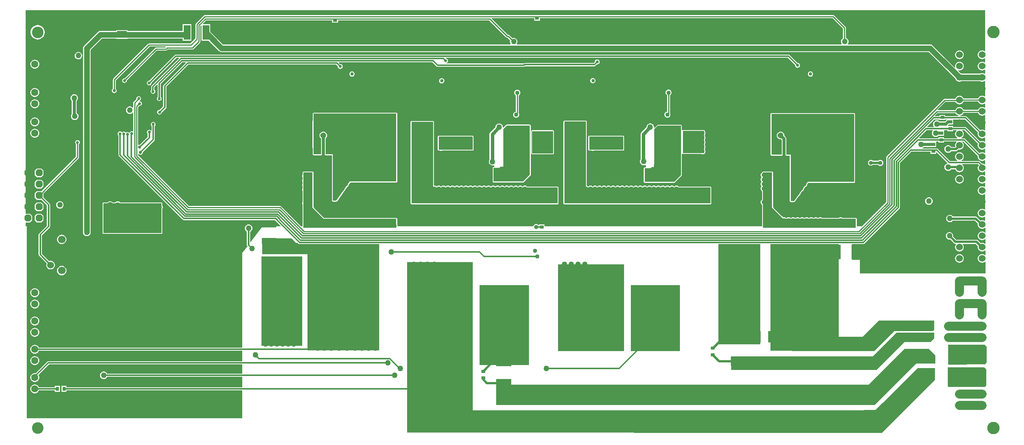
<source format=gbr>
%FSTAX23Y23*%
%MOIN*%
%SFA1B1*%

%IPPOS*%
%AMD70*
4,1,8,-0.031000,0.015500,-0.031000,-0.015500,-0.015500,-0.031000,0.015500,-0.031000,0.031000,-0.015500,0.031000,0.015500,0.015500,0.031000,-0.015500,0.031000,-0.031000,0.015500,0.0*
%
%ADD10R,0.102362X0.043307*%
%ADD17R,0.035433X0.027559*%
%ADD19R,0.027559X0.035433*%
%ADD20R,0.043307X0.102362*%
%ADD34R,0.129921X0.055118*%
%ADD36R,0.137795X0.078740*%
%ADD46R,0.049212X0.037401*%
%ADD56C,0.011811*%
%ADD57C,0.010000*%
%ADD58C,0.025000*%
%ADD59C,0.019685*%
%ADD60C,0.020000*%
%ADD62C,0.050000*%
%ADD63C,0.031496*%
%ADD65C,0.078740*%
%ADD67C,0.060000*%
%ADD68C,0.060000*%
%ADD69C,0.110236*%
G04~CAMADD=70~4~0.0~0.0~620.0~620.0~0.0~155.0~0~0.0~0.0~0.0~0.0~0~0.0~0.0~0.0~0.0~0~0.0~0.0~0.0~90.0~620.0~620.0*
%ADD70D70*%
%ADD71C,0.062992*%
%ADD72C,0.066929*%
%ADD73C,0.102362*%
%ADD74C,0.037401*%
%ADD75C,0.050000*%
%ADD76C,0.026457*%
%ADD77C,0.030000*%
%ADD78C,0.035433*%
%ADD79C,0.025000*%
%ADD80C,0.027559*%
%ADD81R,0.061024X0.129921*%
%ADD82R,0.055118X0.129921*%
%ADD83R,0.085827X0.059842*%
%LNlv1_copper_signal_bot-1*%
%LPD*%
G36*
X09036Y03341D02*
X09035Y03334D01*
X09034Y03334*
X09022Y03322*
X08975*
X08973Y03323*
X08967Y03329*
X08959Y03332*
X0895Y03333*
X08941Y03332*
X08933Y03329*
X08927Y03323*
X08921Y03317*
X08918Y03309*
X08917Y033*
X08918Y03291*
X08921Y03283*
X08925Y03279*
X08923Y03274*
X08866*
X08865Y03278*
X08928Y03341*
X08974*
Y03337*
X09025*
Y03341*
X09035*
X09036Y03341*
G37*
G36*
X09316Y03393D02*
X09322Y03385D01*
X0933Y03379*
X0934Y03375*
X0935Y03374*
X09359Y03375*
X09369Y03379*
X09371Y03381*
X09376Y03379*
Y03245*
X09371Y03243*
X09369Y03245*
X09359Y03249*
X0935Y0325*
X0934Y03249*
X09333Y03246*
X09213Y03365*
X09209Y03368*
X09204Y0337*
X09158*
X09157Y03375*
X09159Y03375*
X09169Y03379*
X09177Y03385*
X09183Y03393*
X09185Y03399*
X09314*
X09316Y03393*
G37*
G36*
X09125Y0324D02*
X09122Y03239D01*
X09116Y03231*
X09113Y03222*
X09111Y03212*
X09113Y03202*
X09116Y03193*
X09122Y03185*
X0913Y03179*
X09131Y03179*
X0913Y03174*
X09015*
Y03182*
X08964*
Y03174*
X08794*
X08792Y03178*
X0886Y03245*
X08913*
X08915Y0324*
X08911Y03236*
X08908Y03228*
X08907Y03219*
X08908Y0321*
X08911Y03202*
X08917Y03196*
X08923Y0319*
X08931Y03187*
X0894Y03186*
X08949Y03187*
X08957Y0319*
X08963Y03196*
X08965Y03197*
X09015*
Y03241*
X09016Y03245*
X09044*
Y03238*
X09095*
Y03245*
X09123*
X09125Y0324*
G37*
G36*
X07389Y01354D02*
X07019D01*
X07019Y0224*
X07389*
Y01354*
G37*
G36*
X04025Y01299D02*
X03389Y013D01*
X0339Y0224*
X04025*
X04025Y01299*
G37*
G36*
X09116Y03393D02*
X09122Y03385D01*
X0913Y03379*
X0914Y03375*
X09142Y03375*
X09141Y0337*
X09025*
Y03381*
X08974*
Y0337*
X08935*
X08933Y03374*
X08955Y03396*
X09115*
X09116Y03393*
G37*
G36*
X03345Y0134D02*
X02985D01*
Y0213*
X03345*
X03345Y0134*
G37*
G36*
X03435Y02562D02*
X03445Y02552D01*
X03515Y02482*
X03535Y02462*
X04175*
Y02382*
X03355*
Y02872*
X03435*
Y02562*
G37*
G36*
X09314Y03125D02*
X09313Y03122D01*
X09311Y03112*
X09313Y03102*
X09316Y03093*
X09322Y03085*
X0933Y03079*
X0934Y03075*
X0935Y03074*
X09359Y03075*
X09369Y03079*
X09371Y03081*
X09376Y03079*
Y03045*
X09371Y03043*
X09369Y03045*
X09359Y03049*
X0935Y0305*
X0934Y03049*
X0933Y03045*
X09327Y03042*
X09199Y03169*
X09195Y03172*
X09189Y03174*
X09169*
X09168Y03179*
X09169Y03179*
X09177Y03185*
X09183Y03193*
X09186Y03202*
X09188Y03212*
X09186Y03222*
X09183Y03231*
X09177Y03239*
X09174Y0324*
X09176Y03245*
X09194*
X09314Y03125*
G37*
G36*
X07495Y02562D02*
X07505Y02552D01*
X07575Y02482*
X07595Y02462*
X08235*
Y02382*
X07415*
Y02872*
X07495*
Y02562*
G37*
G36*
X0329Y0225D02*
X03304D01*
X0331Y02244*
X03314Y02241*
X0332Y0224*
X0339*
Y0215*
X0299*
Y0229*
X0325*
X0329Y0225*
G37*
G36*
X09314Y03225D02*
X09313Y03222D01*
X09311Y03212*
X09313Y03202*
X09316Y03193*
X09322Y03185*
X0933Y03179*
X0934Y03175*
X0935Y03174*
X09359Y03175*
X09369Y03179*
X09371Y03181*
X09376Y03179*
Y03145*
X09371Y03143*
X09369Y03145*
X09359Y03149*
X0935Y0315*
X0934Y03149*
X09333Y03146*
X09209Y03269*
X09205Y03272*
X09199Y03274*
X09095*
Y03282*
X09048*
X09046Y03287*
X09057Y03297*
X09095*
Y03341*
X091Y03341*
X09198*
X09314Y03225*
G37*
G36*
X09312Y03017D02*
X09311Y03012D01*
X09313Y03002*
X09316Y02993*
X09322Y02985*
X0933Y02979*
X0934Y02975*
X0935Y02974*
X09359Y02975*
X09369Y02979*
X09371Y02981*
X09376Y02979*
Y02945*
X09371Y02943*
X09369Y02945*
X09359Y02949*
X0935Y0295*
X09349Y0295*
X09329Y02969*
X09325Y02972*
X0932Y02974*
X09169*
X09168Y02979*
X09169Y02979*
X09177Y02985*
X09183Y02993*
X09186Y03002*
X09188Y03012*
X09186Y03022*
X09183Y03031*
X09177Y03039*
X09169Y03045*
X09159Y03049*
X0915Y0305*
X0914Y03049*
X0913Y03045*
X09122Y03039*
X09116Y03031*
X09113Y03022*
X09111Y03012*
X09113Y03002*
X09116Y02993*
X09122Y02985*
X0913Y02979*
X09131Y02979*
X0913Y02974*
X09065*
X08959Y03079*
X08955Y03082*
X0895Y03084*
X08823*
X08822Y03089*
X08827Y0309*
X08833Y03096*
X08835Y03098*
X08894*
Y03097*
X08945*
Y03141*
X08946Y03145*
X08964*
Y03138*
X09015*
Y03145*
X09123*
X09125Y0314*
X09122Y03139*
X09116Y03131*
X09113Y03122*
X09111Y03112*
X09113Y03102*
X09112Y03101*
X09109Y03098*
X09077*
X09073Y03103*
X09066Y03108*
X09058Y03112*
X0905Y03113*
X09041Y03112*
X09033Y03108*
X09026Y03103*
X09021Y03096*
X09017Y03088*
X09016Y0308*
X09017Y03071*
X09021Y03063*
X09026Y03056*
X09033Y03051*
X09041Y03047*
X0905Y03046*
X09058Y03047*
X09066Y03051*
X09073Y03056*
X09077Y03061*
X09119*
X09126Y03063*
X09132Y03067*
X0914Y03075*
X0915Y03074*
X09159Y03075*
X09169Y03079*
X09177Y03085*
X09183Y03093*
X09186Y03102*
X09188Y03112*
X09186Y03122*
X09183Y03131*
X09177Y03139*
X09174Y0314*
X09176Y03145*
X09184*
X09312Y03017*
G37*
G36*
X08894Y03038D02*
X08945D01*
Y03048*
X0895Y03049*
X09043Y02956*
X09041Y02952*
X09041Y02952*
X09033Y02948*
X09026Y02943*
X09021Y02936*
X09017Y02928*
X09016Y0292*
X09017Y02911*
X09021Y02903*
X09026Y02896*
X09033Y02891*
X09041Y02887*
X0905Y02886*
X09058Y02887*
X09066Y02891*
X09073Y02896*
X09077Y02901*
X09113*
X09116Y02893*
X09122Y02885*
X0913Y02879*
X0914Y02875*
X0915Y02874*
X09159Y02875*
X09169Y02879*
X09177Y02885*
X09183Y02893*
X09186Y02902*
X09188Y02912*
X09186Y02922*
X09183Y02931*
X09177Y02939*
X09174Y0294*
X09176Y02945*
X09314*
X09322Y02938*
X09316Y02931*
X09313Y02922*
X09311Y02912*
X09313Y02902*
X09316Y02893*
X09322Y02885*
X0933Y02879*
X0934Y02875*
X0935Y02874*
X09359Y02875*
X09369Y02879*
X09371Y02881*
X09376Y02879*
Y02845*
X09371Y02843*
X09369Y02845*
X09359Y02849*
X0935Y0285*
X0934Y02849*
X0933Y02845*
X09322Y02839*
X09316Y02831*
X09313Y02822*
X09311Y02812*
X09313Y02802*
X09316Y02793*
X09322Y02785*
X0933Y02779*
X0934Y02775*
X0935Y02774*
X09359Y02775*
X09369Y02779*
X09371Y02781*
X09376Y02779*
Y02745*
X09371Y02743*
X09369Y02745*
X09359Y02749*
X0935Y0275*
X0934Y02749*
X0933Y02745*
X09322Y02739*
X09316Y02731*
X09313Y02722*
X09311Y02712*
X09313Y02702*
X09316Y02693*
X09322Y02685*
X0933Y02679*
X0934Y02675*
X0935Y02674*
X09359Y02675*
X09369Y02679*
X09371Y02681*
X09376Y02679*
Y02545*
X09371Y02543*
X09369Y02545*
X09359Y02549*
X0935Y0255*
X0934Y02549*
X0933Y02545*
X09322Y02539*
X09316Y02531*
X09313Y02522*
X09311Y02512*
X09313Y02502*
X09316Y02493*
X09322Y02485*
X0933Y02479*
X0934Y02475*
X0935Y02474*
X09359Y02475*
X09369Y02479*
X09371Y02481*
X09376Y02479*
Y02445*
X09371Y02443*
X09369Y02445*
X09359Y02449*
X0935Y0245*
X0934Y02449*
X09337Y02448*
X09308Y02477*
X09302Y02481*
X09295Y02482*
X09295Y02482*
X09093*
X09088Y02488*
X09082Y02494*
X09074Y02497*
X09065Y02498*
X09056Y02497*
X09048Y02494*
X09042Y02488*
X09036Y02482*
X09033Y02474*
X09032Y02465*
X09033Y02456*
X09036Y02448*
X09042Y02442*
X09048Y02436*
X09056Y02433*
X09065Y02432*
X09074Y02433*
X09082Y02436*
X09088Y02442*
X09092Y02446*
X09288*
X09312Y02421*
X09311Y02412*
X09313Y02402*
X09314Y02399*
X09316Y02393*
X09322Y02385*
X0933Y02379*
X0934Y02375*
X0935Y02374*
X09359Y02375*
X09369Y02379*
X09375Y02383*
X0938Y02381*
Y02343*
X09375Y0234*
X09369Y02345*
X09359Y02349*
X0935Y0235*
X0934Y02349*
X0933Y02345*
X09322Y02339*
X09316Y02331*
X09313Y02322*
X09311Y02312*
X09313Y02302*
X09316Y02293*
X09322Y02285*
X0933Y02279*
X0934Y02275*
X0935Y02274*
X09359Y02275*
X09369Y02279*
X09375Y02283*
X0938Y02281*
Y02243*
X09375Y0224*
X09369Y02245*
X09359Y02249*
X0935Y0225*
X0934Y02249*
X09337Y02248*
X09312Y02272*
X09306Y02276*
X093Y02278*
X09299*
X0917*
X09169Y02278*
Y02278*
X09122*
X09094Y02305*
X09095Y02312*
X09094Y02321*
X09091Y02329*
X09085Y02335*
X09079Y02341*
X09071Y02344*
X09062Y02345*
X09053Y02344*
X09045Y02341*
X09039Y02335*
X09033Y02329*
X0903Y02321*
X09029Y02312*
X0903Y02303*
X09033Y02295*
X09039Y02289*
X09045Y02283*
X09053Y0228*
X09062Y02279*
X09069Y0228*
X09102Y02247*
X09107Y02243*
X09114Y02241*
X09118*
X09121Y02236*
X09116Y02231*
X09113Y02222*
X09111Y02212*
X09113Y02202*
X09116Y02193*
X09122Y02185*
X0913Y02179*
X0914Y02175*
X0915Y02174*
X09159Y02175*
X09169Y02179*
X09177Y02185*
X09183Y02193*
X09186Y02202*
X09188Y02212*
X09186Y02222*
X09183Y02231*
X09178Y02236*
X09181Y02241*
X09292*
X09312Y02221*
X09311Y02212*
X09313Y02202*
X09316Y02193*
X09322Y02185*
X0933Y02179*
X0934Y02175*
X0935Y02174*
X09359Y02175*
X09369Y02179*
X09375Y02183*
X0938Y02181*
Y02143*
X09375Y0214*
X09369Y02145*
X09359Y02149*
X0935Y0215*
X0934Y02149*
X0933Y02145*
X09322Y02139*
X09316Y02131*
X09313Y02122*
X09311Y02112*
X09313Y02102*
X09316Y02093*
X09322Y02085*
X0933Y02079*
X0934Y02075*
X0935Y02074*
X09359Y02075*
X09369Y02079*
X09375Y02083*
X0938Y02081*
Y0198*
X0827*
Y021*
X082*
Y0224*
X0827*
Y0224*
X08301*
X08306Y02241*
X08311Y02244*
X08466Y02399*
X08621Y02554*
X08624Y02559*
X08625Y02564*
Y02956*
X08725Y03055*
X08894*
Y03038*
G37*
G36*
X09316Y03493D02*
X09322Y03485D01*
X0933Y03479*
X0934Y03475*
X0935Y03474*
X09359Y03475*
X09369Y03479*
X09371Y03481*
X09376Y03479*
Y03445*
X09371Y03443*
X09369Y03445*
X09359Y03449*
X0935Y0345*
X0934Y03449*
X0933Y03445*
X09322Y03439*
X09316Y03431*
X09314Y03425*
X09185*
X09183Y03431*
X09177Y03439*
X09169Y03445*
X09159Y03449*
X0915Y0345*
X0914Y03449*
X0913Y03445*
X09122Y03439*
X09116Y03431*
X09113Y03423*
X08958*
X08956Y03427*
X09025Y03496*
X09115*
X09116Y03493*
X09122Y03485*
X0913Y03479*
X0914Y03475*
X0915Y03474*
X09159Y03475*
X09169Y03479*
X09177Y03485*
X09183Y03493*
X09185Y03499*
X09314*
X09316Y03493*
G37*
G36*
X09369Y0115D02*
X09388Y01131D01*
Y00991*
X09373Y00975*
X09052Y00975*
X09048Y00979*
Y0115*
X09369*
G37*
G36*
X08937Y01255D02*
X08937Y01255D01*
Y01182*
X08768*
X08405Y0082*
X08401Y00815*
X0836*
Y00815*
X05056Y00815*
Y00995*
X08347*
X08348Y00996*
X08665Y01313*
X08879*
X08937Y01255*
G37*
G36*
X05346Y01169D02*
X04911D01*
Y01875*
X05346*
Y01169*
G37*
G36*
X09376Y03945D02*
X09371Y03943D01*
X09369Y03945*
X09359Y03949*
X0935Y0395*
X0934Y03949*
X0933Y03945*
X09322Y03939*
X09316Y03931*
X09313Y03922*
X09311Y03912*
X09313Y03902*
X09316Y03893*
X09322Y03885*
X0933Y03879*
X0934Y03875*
X0935Y03874*
X09359Y03875*
X09369Y03879*
X09371Y03881*
X09376Y03879*
Y03845*
X09371Y03843*
X09369Y03845*
X09359Y03849*
X0935Y0385*
X0934Y03849*
X0933Y03845*
X09322Y03839*
X09316Y03831*
X09313Y03822*
X09311Y03812*
X09313Y03802*
X09316Y03793*
X09322Y03785*
X0933Y03779*
X0934Y03775*
X0935Y03774*
X09359Y03775*
X09369Y03779*
X09371Y03781*
X09376Y03779*
Y03745*
X09371Y03743*
X09369Y03745*
X09359Y03749*
X0935Y0375*
X0934Y03749*
X09331Y03745*
X09168*
X0916Y03749*
X09138Y0377*
X09139Y03773*
X0914Y03775*
X0915Y03774*
X09159Y03775*
X09169Y03779*
X09177Y03785*
X09183Y03793*
X09186Y03802*
X09188Y03812*
X09186Y03822*
X09183Y03831*
X09177Y03839*
X09169Y03845*
X09159Y03849*
X0915Y0385*
X0914Y03849*
X0913Y03845*
X09122Y03839*
X09116Y03831*
X09113Y03822*
X09111Y03812*
X09112Y03803*
X09111Y03801*
X09108Y038*
X08914Y03994*
X08907Y03999*
X08899Y04003*
X08891Y04004*
X08165*
X08163Y04009*
X08165Y04012*
X08169Y0402*
X0817Y04029*
X08169Y04037*
X08165Y04045*
X0816Y04052*
X08153Y04057*
X08148Y04059*
Y04151*
X08147Y04156*
X08144Y0416*
X08044Y0426*
X0804Y04263*
X08035Y04264*
X02484*
X02479Y04263*
X02475Y0426*
X02403Y04188*
X024Y04184*
X02399Y04179*
Y04056*
X02355Y04012*
X01991*
X01986Y04011*
X01981Y04008*
X01675Y03702*
X01672Y03697*
X01671Y03692*
Y03614*
X01667Y03611*
X01662Y03604*
X0166Y03595*
X01662Y03587*
X01667Y0358*
X01674Y03575*
X01682Y03573*
X01691Y03575*
X01698Y0358*
X01703Y03587*
X01704Y03595*
X01703Y03604*
X01698Y03611*
X01698Y03611*
Y03687*
X01996Y03985*
X02136*
X02138Y03981*
X02136Y03978*
X02055*
X0205Y03977*
X02045Y03974*
X01776Y03704*
X01773Y03705*
X01765Y03703*
X01759Y03699*
X01754Y03692*
X01753Y03684*
X01754Y03676*
X01759Y03669*
X01765Y03665*
X01773Y03663*
X01781Y03665*
X01788Y03669*
X01792Y03676*
X01794Y03684*
X01794Y03685*
X0206Y03951*
X02142*
X02147Y03952*
X02152Y03955*
X02157Y0396*
X02374*
X02379Y03961*
X02383Y03964*
X0244Y04021*
X02443Y04025*
X02444Y04031*
Y04166*
X02449Y04172*
X02454Y0417*
Y04037*
X02518*
X02608Y03947*
X02615Y03942*
X02623Y03938*
X02631Y03937*
X08877*
X09113Y03702*
X09116Y03693*
X09122Y03685*
X0913Y03679*
X0914Y03675*
X0915Y03674*
X09159Y03675*
X09168Y03679*
X09331*
X0934Y03675*
X0935Y03674*
X09359Y03675*
X09369Y03679*
X09371Y03681*
X09376Y03679*
Y03545*
X09371Y03543*
X09369Y03545*
X09359Y03549*
X0935Y0355*
X0934Y03549*
X0933Y03545*
X09322Y03539*
X09316Y03531*
X09314Y03525*
X09185*
X09183Y03531*
X09177Y03539*
X09169Y03545*
X09159Y03549*
X0915Y0355*
X0914Y03549*
X0913Y03545*
X09122Y03539*
X09116Y03531*
X09113Y03523*
X0902*
X09015Y03522*
X0901Y03519*
X08506Y03015*
X08504Y0301*
X08503Y03005*
Y02609*
X08288Y02395*
X08243*
Y02462*
X08242Y02465*
X08241Y02468*
X08238Y02469*
X08235Y0247*
X08116*
X08113Y02473*
X08106Y02475*
X081Y02476*
X08093Y02475*
X08086Y02473*
X08083Y0247*
X07936*
X07933Y02473*
X07926Y02475*
X0792Y02476*
X07913Y02475*
X07906Y02473*
X07903Y0247*
X07896*
X07893Y02473*
X07886Y02475*
X07879Y02476*
X07873Y02475*
X07866Y02473*
X07863Y0247*
X07856*
X07853Y02473*
X07846Y02475*
X0784Y02476*
X07833Y02475*
X07826Y02473*
X07823Y0247*
X07816*
X07813Y02473*
X07806Y02475*
X078Y02476*
X07793Y02475*
X07786Y02473*
X07783Y0247*
X07776*
X07773Y02473*
X07766Y02475*
X0776Y02476*
X07753Y02475*
X07746Y02473*
X07743Y0247*
X07736*
X07733Y02473*
X07726Y02475*
X0772Y02476*
X07713Y02475*
X07706Y02473*
X07703Y0247*
X07696*
X07693Y02473*
X07686Y02475*
X0768Y02476*
X07673Y02475*
X07666Y02473*
X07663Y0247*
X07656*
X07653Y02473*
X07646Y02475*
X0764Y02476*
X07633Y02475*
X07626Y02473*
X07623Y0247*
X07616*
X07613Y02473*
X07606Y02475*
X07599Y02476*
X07593Y02475*
X07581Y02488*
X07581Y02488*
X07511Y02558*
X07511Y02558*
X07503Y02565*
Y02872*
X07502Y02875*
X07501Y02878*
X07498Y02879*
X07495Y0288*
X07415*
X07412Y02879*
X07409Y02878*
X07408Y02875*
X07407Y02873*
X07406Y02873*
X07401Y02868*
X07396Y02863*
X07394Y02856*
X07393Y0285*
X07394Y02843*
X07396Y02836*
X07399Y02833*
X074Y0283*
X07399Y02826*
X07396Y02823*
X07394Y02816*
X07393Y0281*
X07394Y02803*
X07396Y02796*
X07399Y02793*
X074Y0279*
X07399Y02786*
X07396Y02783*
X07394Y02776*
X07393Y0277*
X07394Y02763*
X07396Y02756*
X07399Y02753*
X074Y0275*
X07399Y02746*
X07396Y02743*
X07394Y02736*
X07393Y0273*
X07394Y02723*
X07396Y02716*
X07401Y02711*
X07406Y02706*
X07407Y02706*
Y02633*
X07406Y02633*
X07401Y02628*
X07396Y02623*
X07394Y02616*
X07393Y0261*
X07394Y02603*
X07396Y02596*
X07401Y02591*
X07406Y02586*
X07407Y02586*
Y02395*
X05485*
Y02412*
X05434*
Y0241*
X05429Y02408*
X05428Y02408*
X05423Y02413*
X05416Y02415*
X0541Y02416*
X05403Y02415*
X05396Y02413*
X05391Y02408*
X05386Y02403*
X05384Y02396*
X05383Y02395*
X04189*
X04186Y02399*
X04186Y024*
X04185Y02406*
X04183Y02412*
Y02462*
X04182Y02465*
X04181Y02468*
X04178Y02469*
X04175Y0247*
X03538*
X03521Y02488*
X03521Y02488*
X03451Y02558*
X03451Y02558*
X03443Y02565*
Y02872*
X03442Y02875*
X03441Y02878*
X03438Y02879*
X03435Y0288*
X03355*
X03352Y02879*
X03349Y02878*
X03348Y02875*
X03347Y02872*
Y02854*
X03346Y02853*
X03344Y02846*
X03343Y0284*
X03344Y02833*
X03346Y02826*
X03347Y02825*
Y02814*
X03346Y02813*
X03344Y02806*
X03343Y028*
X03344Y02793*
X03346Y02786*
X03347Y02785*
Y02774*
X03346Y02773*
X03344Y02766*
X03343Y0276*
X03344Y02753*
X03346Y02746*
X03347Y02745*
Y02734*
X03346Y02733*
X03344Y02726*
X03343Y0272*
X03344Y02713*
X03346Y02706*
X03347Y02705*
Y02614*
X03346Y02613*
X03344Y02606*
X03343Y026*
X03344Y02593*
X03346Y02586*
X03347Y02585*
Y02395*
X03333*
X03236Y02491*
X03236Y02492*
X03233Y02496*
X03159Y02571*
X03154Y02574*
X03149Y02575*
X02342*
X01894Y03023*
Y03034*
X01899Y03035*
X01905Y03031*
X01914Y03029*
X01922Y03031*
X01929Y03036*
X01934Y03043*
X01936Y03051*
X01936Y03053*
X02036Y03154*
X02039Y03158*
X0204Y03164*
Y03283*
X02041Y03284*
X02046Y03291*
X02047Y03299*
X02046Y03307*
X02041Y03313*
X02034Y03318*
X02026Y03319*
X02018Y03318*
X02012Y03313*
X02007Y03307*
X02006Y03299*
X02007Y03291*
X02012Y03284*
X02012Y03284*
Y03244*
X02007Y03243*
X02007Y03243*
X02Y03248*
X01992Y03249*
X01984Y03248*
X01977Y03243*
X01973Y03237*
X01971Y03229*
X01973Y03221*
X01977Y03214*
X01978Y03213*
Y03187*
X01909Y03117*
X01907Y03118*
X01899Y03116*
X01897Y03116*
X01894Y03118*
Y03451*
X01903Y03461*
X01906Y0346*
X01914Y03462*
X01921Y03466*
X01926Y03473*
X01927Y03481*
X01926Y03489*
X01921Y03496*
X01914Y035*
X01908Y03501*
X01908Y03503*
X01908Y03506*
X01914Y0351*
X01918Y03517*
X0192Y03525*
X01918Y03533*
X01914Y0354*
X01907Y03544*
X01899Y03546*
X01891Y03544*
X01884Y0354*
X0188Y03533*
X01878Y03525*
X01879Y03522*
X01853Y03496*
X0185Y03492*
X01849Y03487*
Y03446*
X01844Y03445*
X01843Y03446*
X01836Y03451*
X01828Y03455*
X0182Y03456*
X01811Y03455*
X01803Y03451*
X01796Y03446*
X01791Y03439*
X01788Y03431*
X01786Y03423*
X01788Y03414*
X01791Y03406*
X01796Y03399*
X01803Y03394*
X01811Y03391*
X0182Y0339*
X01828Y03391*
X01836Y03394*
X01843Y03399*
X01844Y03401*
X01849Y03399*
Y03237*
X01846Y03235*
X01844Y03235*
X01837Y03236*
X01829Y03235*
X01822Y0323*
X01819Y03226*
X01816Y03224*
X01813Y03225*
X01809Y03228*
X01801Y03229*
X01793Y03228*
X0179Y03226*
X01783Y03227*
X01783Y03227*
X01776Y03232*
X01768Y03233*
X0176Y03232*
X01755Y03228*
X01749Y03229*
X01749Y03229*
X01742Y03234*
X01734Y03235*
X01726Y03234*
X01719Y03229*
X01715Y03222*
X01713Y03214*
X01715Y03207*
X01719Y032*
X01721Y03199*
Y03028*
X01722Y03022*
X01725Y03018*
X02287Y02455*
X02292Y02452*
X02297Y02451*
X03105*
X03115Y02441*
X03115Y0244*
X03118Y02435*
X03154Y02399*
X03152Y02395*
X02992*
X02888Y02257*
X02884Y02258*
Y0235*
X02886Y02351*
X02893Y02356*
X02898Y02363*
X02902Y02371*
X02903Y0238*
X02902Y02388*
X02899Y02394*
X02899Y02395*
X02899*
X02898Y02396*
X02893Y02403*
X02886Y02408*
X02878Y02412*
X0287Y02413*
X02861Y02412*
X02853Y02408*
X02846Y02403*
X02841Y02396*
X0284Y02395*
X0284*
X0284Y02394*
X02837Y02388*
X02836Y0238*
X02837Y02371*
X02841Y02363*
X02846Y02356*
X02853Y02351*
X02855Y0235*
Y0223*
X02857Y02224*
X0286Y0222*
X0286Y02219*
X02815Y02159*
Y01324*
X01018*
X01015Y01329*
X01009Y01338*
X01001Y01344*
X00991Y01348*
X00981Y01349*
X0097Y01348*
X00961Y01344*
X00953Y01338*
X00946Y01329*
X00942Y0132*
X00941Y0131*
X00942Y01299*
X00946Y0129*
X00953Y01281*
X00961Y01275*
X0097Y01271*
X00981Y0127*
X00991Y01271*
X01001Y01275*
X01009Y01281*
X01015Y0129*
X01018Y01295*
X02815*
Y01204*
X01101*
X01095Y01202*
X01091Y01199*
X00989Y01098*
X00981Y01099*
X0097Y01098*
X00961Y01094*
X00953Y01088*
X00946Y01079*
X00942Y0107*
X00941Y0106*
X00942Y01049*
X00946Y0104*
X00953Y01031*
X00961Y01025*
X0097Y01021*
X00981Y0102*
X00991Y01021*
X01001Y01025*
X01009Y01031*
X01015Y0104*
X01019Y01049*
X0102Y0106*
X01019Y0107*
X01015Y01079*
X01013Y01082*
X01107Y01175*
X02815*
Y01094*
X01619*
X01618Y01096*
X01613Y01103*
X01606Y01108*
X01598Y01112*
X0159Y01113*
X01581Y01112*
X01573Y01108*
X01566Y01103*
X01561Y01096*
X01557Y01088*
X01556Y0108*
X01557Y01071*
X01561Y01063*
X01566Y01056*
X01573Y01051*
X01581Y01047*
X0159Y01046*
X01598Y01047*
X01606Y01051*
X01613Y01056*
X01618Y01063*
X01619Y01065*
X02815*
X02815Y00974*
X01261*
Y00985*
X01217*
Y00934*
X01261*
Y00945*
X02815*
Y007*
X00909*
X0091Y02395*
X0091Y02395*
X009*
Y02426*
X00905Y02431*
X00939*
X00958Y0245*
Y02489*
X00939Y02508*
X009*
X009Y02509*
X00899Y04305*
X09376*
Y03945*
G37*
G36*
X08121Y04145D02*
Y04058D01*
X0812Y04057*
X08113Y04052*
X08108Y04045*
X08104Y04037*
X08103Y04029*
X08104Y0402*
X08108Y04012*
X0811Y04009*
X08108Y04004*
X0524*
X05238Y04009*
X0524Y04012*
X05244Y0402*
X05245Y04029*
X05244Y04037*
X0524Y04045*
X05235Y04052*
X05228Y04057*
X0522Y04061*
X05212Y04062*
X05203Y04061*
X05199Y04059*
X05172Y04087*
X05168Y0409*
X05163Y04091*
X05158*
X05016Y04233*
X05018Y04237*
X05392*
Y04214*
X05443*
Y04237*
X08029*
X08121Y04145*
G37*
G36*
X05143Y04068D02*
X05147Y04065D01*
X05153Y04064*
X05157*
X05181Y04041*
X05179Y04037*
X05178Y04029*
X05179Y0402*
X05183Y04012*
X05185Y04009*
X05183Y04004*
X02645*
X02531Y04118*
Y04182*
X02466*
X02465Y04187*
X02494Y04216*
X03608*
Y04196*
X03659*
Y04216*
X04995*
X05143Y04068*
G37*
G36*
X04851Y00771D02*
X08307D01*
X08307Y00771*
X08307Y00772*
X08408*
X08472Y00835*
X08779Y01143*
X08935*
Y01039*
X08466Y00571*
X08308*
X08307Y0057*
X0427Y00573*
Y00582*
X04269Y00583*
Y0208*
X04851*
Y00771*
G37*
G36*
X08928Y01406D02*
X08894Y01372D01*
X08664*
X08533Y01242*
Y01242*
X08418Y01126*
X07133*
Y01246*
X08384*
X08592Y01455*
X08928*
Y01406*
G37*
G36*
X09372Y01349D02*
X09391Y0133D01*
Y0119*
X09375Y01175*
X09054Y01174*
X09051Y01178*
Y01349*
X09372*
G37*
G36*
X06186Y01293D02*
X05608Y01293D01*
X05605Y01296*
Y0206*
X06186*
Y01293*
G37*
G36*
X06681Y01293D02*
X06246D01*
Y01876*
X06681*
Y01293*
G37*
G36*
X08084Y01421D02*
X08298D01*
X08438Y01562*
X08926*
Y01483*
X08912Y01469*
X08574*
X08514Y01409*
X08514Y01409*
X08398Y01293*
X07669*
Y01296*
X07479*
X0748Y0224*
X08084*
X08084Y01421*
G37*
%LNlv1_copper_signal_bot-2*%
%LPC*%
G36*
X0888Y02653D02*
X08871Y02652D01*
X08863Y02648*
X08856Y02643*
X08851Y02636*
X08847Y02628*
X08846Y0262*
X08847Y02611*
X08851Y02603*
X08856Y02596*
X08863Y02591*
X08871Y02587*
X0888Y02586*
X08888Y02587*
X08896Y02591*
X08903Y02596*
X08908Y02603*
X08912Y02611*
X08913Y0262*
X08912Y02628*
X08908Y02636*
X08903Y02643*
X08896Y02648*
X08888Y02652*
X0888Y02653*
G37*
G36*
X0915Y0215D02*
X0914Y02149D01*
X0913Y02145*
X09122Y02139*
X09116Y02131*
X09113Y02122*
X09111Y02112*
X09113Y02102*
X09116Y02093*
X09122Y02085*
X0913Y02079*
X0914Y02075*
X0915Y02074*
X09159Y02075*
X09169Y02079*
X09177Y02085*
X09183Y02093*
X09186Y02102*
X09188Y02112*
X09186Y02122*
X09183Y02131*
X09177Y02139*
X09169Y02145*
X09159Y02149*
X0915Y0215*
G37*
G36*
Y0285D02*
X0914Y02849D01*
X0913Y02845*
X09122Y02839*
X09116Y02831*
X09113Y02822*
X09111Y02812*
X09113Y02802*
X09116Y02793*
X09122Y02785*
X0913Y02779*
X0914Y02775*
X0915Y02774*
X09159Y02775*
X09169Y02779*
X09177Y02785*
X09183Y02793*
X09186Y02802*
X09188Y02812*
X09186Y02822*
X09183Y02831*
X09177Y02839*
X09169Y02845*
X09159Y02849*
X0915Y0285*
G37*
G36*
X01039Y02508D02*
X01D01*
X00981Y02489*
Y0245*
X01Y02431*
X01039*
X01058Y0245*
Y02489*
X01039Y02508*
G37*
G36*
X04175Y034D02*
X03445D01*
X03442Y03399*
X03439Y03398*
X03438Y03395*
X03437Y03392*
X03437Y03329*
X03433*
Y0321*
Y03209*
Y0309*
X03437*
Y03032*
X03438Y03029*
X03439Y03026*
X03442Y03025*
X03445Y03024*
X03509Y03024*
X03512Y03025*
X03514Y03026*
X03516Y03029*
X03517Y03032*
Y03174*
X03517Y03175*
X03517Y03175*
X03516Y03176*
X03516Y03177*
X03516Y03178*
X03516Y03178*
X03515Y03179*
X03514Y0318*
X03514Y0318*
X03514Y0318*
X03512Y03182*
X03508Y03187*
X03505Y03193*
X03504Y032*
X03505Y03206*
X03508Y03212*
X03512Y03217*
X03517Y03221*
X03523Y03224*
X0353Y03225*
X03536Y03224*
X03542Y03221*
X03547Y03217*
X03551Y03212*
X03554Y03206*
X03555Y032*
X03554Y03193*
X03551Y03187*
X03547Y03182*
X03545Y0318*
X03545Y0318*
X03545Y0318*
X03544Y03179*
X03543Y03178*
X03543Y03178*
X03543Y03177*
X03543Y03176*
X03542Y03175*
X03542Y03175*
X03542Y03174*
Y03032*
X03543Y03029*
X03545Y03026*
X03547Y03025*
X0355Y03024*
X03607*
X03607Y02622*
X03608Y02619*
X03609Y02616*
X03612Y02615*
X03615Y02614*
X03645*
X03646Y02614*
X03646Y02614*
X03647Y02614*
X03648Y02615*
X03649Y02615*
X03649Y02615*
X0365Y02616*
X03651Y02616*
X03651Y02617*
X03652Y02617*
X03716Y02709*
X03718Y02711*
X03723Y02716*
X03725Y02721*
X03742Y02746*
X03743Y02746*
X03748Y02751*
X03753Y02756*
X03755Y02763*
X03756Y02765*
X03769Y02784*
X03815*
X04175*
X04178Y02785*
X04181Y02786*
X04182Y02789*
X04183Y02792*
Y03392*
X04182Y03395*
X04181Y03398*
X04178Y03399*
X04175Y034*
G37*
G36*
X05849Y0333D02*
X0566D01*
X05656Y03329*
X05654Y03328*
X05652Y03325*
X05651Y03322*
Y0274*
Y026*
X05652Y02596*
X05654Y02594*
X05656Y02592*
X0566Y02591*
X0695*
X06953Y02592*
X06955Y02594*
X06957Y02596*
X06958Y02599*
Y02739*
X06957Y02743*
X06955Y02745*
X06953Y02747*
X0695Y02748*
X06941*
X06669*
X06668Y02748*
X06663Y02753*
X06656Y02755*
X0665Y02756*
X06643Y02755*
X06636Y02753*
X06631Y02748*
X06626Y0275*
X06623Y02753*
X06616Y02755*
X0661Y02756*
X06603Y02755*
X06596Y02753*
X06593Y0275*
X06591Y02748*
X0659Y02749*
X06588Y02748*
X06583Y02753*
X06576Y02755*
X0657Y02756*
X06563Y02755*
X06556Y02753*
X06553Y0275*
X06551Y02748*
X0655Y02749*
X06546Y0275*
X06543Y02753*
X06536Y02755*
X0653Y02756*
X06523Y02755*
X06516Y02753*
X06513Y0275*
X06511Y02748*
X0651Y02749*
X06507Y0275*
X06506Y0275*
X06503Y02753*
X06496Y02755*
X06489Y02756*
X06483Y02755*
X06476Y02753*
X06473Y0275*
X0647Y02749*
X06468Y02748*
X06463Y02753*
X06456Y02755*
X0645Y02756*
X06443Y02755*
X06436Y02753*
X06433Y0275*
X06431Y02748*
X06426Y0275*
X06423Y02753*
X06416Y02755*
X0641Y02756*
X06403Y02755*
X06396Y02753*
X06391Y02748*
X06388*
X06383Y02753*
X06376Y02755*
X0637Y02756*
X06363Y02755*
X06356Y02753*
X06353Y0275*
X06348Y02748*
X06343Y02753*
X06336Y02755*
X0633Y02756*
X06323Y02755*
X06316Y02753*
X06311Y02748*
X06308*
X06303Y02753*
X06296Y02755*
X0629Y02756*
X06283Y02755*
X06276Y02753*
X06271Y02748*
X06268*
X06263Y02753*
X06256Y02755*
X0625Y02756*
X06243Y02755*
X06236Y02753*
X06231Y02748*
X06228*
X06223Y02753*
X06216Y02755*
X06209Y02756*
X06203Y02755*
X06196Y02753*
X06191Y02748*
X06188*
X06183Y02753*
X06176Y02755*
X0617Y02756*
X06163Y02755*
X06156Y02753*
X06153Y0275*
X06148Y02748*
X06143Y02753*
X06136Y02755*
X0613Y02756*
X06123Y02755*
X06116Y02753*
X06111Y02748*
X06108*
X06103Y02753*
X06096Y02755*
X0609Y02756*
X06083Y02755*
X06076Y02753*
X06071Y02748*
X06068*
X06063Y02753*
X06056Y02755*
X0605Y02756*
X06043Y02755*
X06036Y02753*
X06033Y0275*
X06031Y02748*
X06028*
X06023Y02753*
X06016Y02755*
X0601Y02756*
X06003Y02755*
X05996Y02753*
X05991Y02748*
X05988*
X05983Y02753*
X05976Y02755*
X0597Y02756*
X05963Y02755*
X05956Y02753*
X05951Y02748*
X05948*
X05943Y02753*
X05936Y02755*
X05929Y02756*
X05923Y02755*
X05916Y02753*
X05911Y02748*
X05908*
X05903Y02753*
X05896Y02755*
X0589Y02756*
X05883Y02755*
X05876Y02753*
X05871Y02748*
X05868*
X05863Y02753*
X05858Y02755*
Y03322*
X05857Y03325*
X05855Y03327*
X05855Y03328*
X05852Y03329*
X05849Y0333*
G37*
G36*
X08219Y03398D02*
X07489D01*
X07486Y03397*
X07484Y03395*
X07482Y03393*
X07481Y0339*
Y0303*
X07482Y03026*
X07484Y03024*
X07486Y03022*
X0749Y03021*
X07579*
X07582Y03022*
X07584Y03024*
X07586Y03026*
X07587Y0303*
Y03161*
X07586Y03164*
X07584Y03167*
X07579Y03172*
X07578Y03173*
X07578Y03173*
X07577Y03174*
X07576Y03174*
X07575Y03174*
X07575Y03175*
X07574Y03175*
X07573Y03175*
X07572Y03175*
X07572Y03175*
X07569Y03174*
X07563Y03175*
X07557Y03178*
X07552Y03182*
X07548Y03187*
X07545Y03193*
X07544Y032*
X07545Y03206*
X07548Y03212*
X07552Y03217*
X07557Y03221*
X07563Y03224*
X0757Y03225*
X07576Y03224*
X07582Y03221*
X07587Y03217*
X07591Y03212*
X07594Y03206*
X07595Y032*
X07594Y03197*
X07594Y03197*
X07594Y03196*
X07594Y03195*
X07594Y03194*
X07595Y03194*
X07595Y03193*
X07595Y03192*
X07596Y03191*
X07596Y03191*
X07597Y0319*
X07608Y03179*
X07611Y03174*
X07612Y03169*
Y0303*
X07613Y03026*
X07615Y03024*
X07617Y03022*
X0762Y03021*
X07651*
Y0262*
X07652Y02616*
X07654Y02614*
X07656Y02612*
X0766Y02611*
X07689Y02611*
X0769Y02612*
X07691Y02612*
X07692Y02612*
X07693Y02612*
X07693Y02612*
X07694Y02613*
X07694Y02613*
X07695Y02614*
X07696Y02614*
X07696Y02615*
X07732Y02666*
X07733Y02666*
X07738Y02671*
X07743Y02676*
X07745Y02683*
X07746Y02685*
X0776Y02705*
X07763Y02706*
X07768Y02711*
X07773Y02716*
X07775Y02723*
X07776Y02728*
X07787Y02744*
X07793Y02746*
X07798Y02751*
X07803Y02756*
X07805Y02763*
X07806Y0277*
X07806Y02771*
X07814Y02781*
X0786*
X08219*
X08223Y02782*
X08225Y02784*
X08227Y02786*
X08228Y0279*
Y0339*
X08227Y03393*
X08225Y03395*
X08223Y03397*
X08219Y03398*
G37*
G36*
X01039Y02608D02*
X01D01*
X00981Y02589*
Y0255*
X01Y02531*
X01039*
X01058Y0255*
Y02589*
X01039Y02608*
G37*
G36*
X04499Y03328D02*
X0431D01*
X04306Y03327*
X04304Y03325*
X04302Y03323*
X04301Y0332*
Y0274*
Y026*
X04302Y02596*
X04304Y02594*
X04306Y02592*
X0431Y02591*
X056*
X05603Y02592*
X05605Y02594*
X05607Y02596*
X05608Y02599*
Y0274*
X05607Y02743*
X05605Y02745*
X05603Y02747*
X056Y02748*
X05329*
X05328Y02748*
X05323Y02753*
X05316Y02755*
X05309Y02756*
X05303Y02755*
X05296Y02753*
X05291Y02748*
X05288*
X05283Y02753*
X05276Y02755*
X0527Y02756*
X05263Y02755*
X05256Y02753*
X05251Y02748*
X05246Y0275*
X05243Y02753*
X05236Y02755*
X0523Y02756*
X05223Y02755*
X05216Y02753*
X05211Y02748*
X05208*
X05203Y02753*
X05196Y02755*
X0519Y02756*
X05183Y02755*
X05176Y02753*
X05173Y0275*
X05168Y02748*
X05163Y02753*
X05156Y02755*
X0515Y02756*
X05143Y02755*
X05136Y02753*
X05131Y02748*
X05128*
X05123Y02753*
X05116Y02755*
X0511Y02756*
X05103Y02755*
X05096Y02753*
X05091Y02748*
X05088*
X05083Y02753*
X05076Y02755*
X0507Y02756*
X05063Y02755*
X05056Y02753*
X05053Y0275*
X05048Y02748*
X05043Y02753*
X05036Y02755*
X0503Y02756*
X05023Y02755*
X05016Y02753*
X05013Y0275*
X05008Y02748*
X05003Y02753*
X04996Y02755*
X0499Y02756*
X04983Y02755*
X04976Y02753*
X04973Y0275*
X0497Y02749*
X04966Y0275*
X04963Y02753*
X04956Y02755*
X0495Y02756*
X04943Y02755*
X04936Y02753*
X04933Y0275*
X0493Y02749*
X04926Y0275*
X04923Y02753*
X04916Y02755*
X0491Y02756*
X04903Y02755*
X04896Y02753*
X04891Y02748*
X04886Y0275*
X04883Y02753*
X04876Y02755*
X0487Y02756*
X04863Y02755*
X04856Y02753*
X04853Y0275*
X0485Y02749*
X04846Y0275*
X04843Y02753*
X04836Y02755*
X0483Y02756*
X04823Y02755*
X04816Y02753*
X04813Y0275*
X0481Y02749*
X04806Y0275*
X04803Y02753*
X04796Y02755*
X0479Y02756*
X04783Y02755*
X04776Y02753*
X04771Y02748*
X04766Y0275*
X04763Y02753*
X04756Y02755*
X0475Y02756*
X04743Y02755*
X04736Y02753*
X04733Y0275*
X0473Y02749*
X04726Y0275*
X04723Y02753*
X04716Y02755*
X0471Y02756*
X04703Y02755*
X04696Y02753*
X04693Y0275*
X0469Y02749*
X04686Y0275*
X04683Y02753*
X04676Y02755*
X0467Y02756*
X04663Y02755*
X04656Y02753*
X04653Y0275*
X0465Y02749*
X04646Y0275*
X04643Y02753*
X04636Y02755*
X0463Y02756*
X04623Y02755*
X04616Y02753*
X04613Y0275*
X0461Y02749*
X04606Y0275*
X04603Y02753*
X04596Y02755*
X0459Y02756*
X04583Y02755*
X04576Y02753*
X04571Y02748*
X04566Y0275*
X04563Y02753*
X04556Y02755*
X0455Y02756*
X04543Y02755*
X04536Y02753*
X04533Y0275*
X0453Y02749*
X04526Y0275*
X04523Y02753*
X04516Y02755*
X0451Y02756*
X04508Y02758*
Y03319*
Y03319*
X04507Y03322*
X04505Y03325*
X04505Y03325*
X04502Y03327*
X04499Y03328*
G37*
G36*
X01202Y02619D02*
X01194Y02618D01*
X01186Y02614*
X01179Y02609*
X01174Y02602*
X0117Y02594*
X01169Y02586*
X0117Y02577*
X01174Y02569*
X01179Y02562*
X01186Y02557*
X01194Y02554*
X01202Y02553*
X01211Y02554*
X01219Y02557*
X01226Y02562*
X01231Y02569*
X01234Y02577*
X01235Y02586*
X01234Y02594*
X01231Y02602*
X01226Y02609*
X01219Y02614*
X01211Y02618*
X01202Y02619*
G37*
G36*
X01646Y02618D02*
X01637Y02617D01*
X01629Y02613*
X01622Y02608*
X01622Y02608*
X0159*
X01586Y02607*
X01584Y02605*
X01581Y02602*
X01579Y026*
X01579Y02597*
Y024*
Y02337*
X01579Y02334*
X01581Y02331*
X01584Y02329*
X01587Y02329*
X01685*
X021*
X02103Y02329*
X02105Y02331*
X02107Y02334*
X02108Y02337*
Y024*
Y02546*
X02108Y02547*
X02111Y02555*
X02113Y02563*
X02111Y02572*
X02108Y0258*
X02108Y02581*
Y026*
X02107Y02603*
X02105Y02605*
X02103Y02607*
X021Y02608*
X01738*
X01738Y02608*
X01731Y02613*
X01723Y02616*
X01714Y02617*
X01705Y02616*
X01697Y02613*
X01691Y02608*
X01691Y02608*
X01669*
X01669Y02608*
X01662Y02613*
X01654Y02617*
X01646Y02618*
G37*
G36*
X00981Y01499D02*
X0097Y01498D01*
X00961Y01494*
X00953Y01488*
X00946Y01479*
X00942Y0147*
X00941Y0146*
X00942Y01449*
X00946Y0144*
X00953Y01431*
X00961Y01425*
X0097Y01421*
X00981Y0142*
X00991Y01421*
X01001Y01425*
X01009Y01431*
X01015Y0144*
X01019Y01449*
X0102Y0146*
X01019Y0147*
X01015Y01479*
X01009Y01488*
X01001Y01494*
X00991Y01498*
X00981Y01499*
G37*
G36*
Y01599D02*
X0097Y01598D01*
X00961Y01594*
X00953Y01588*
X00946Y01579*
X00942Y0157*
X00941Y0156*
X00942Y01549*
X00946Y0154*
X00953Y01531*
X00961Y01525*
X0097Y01521*
X00981Y0152*
X00991Y01521*
X01001Y01525*
X01009Y01531*
X01015Y0154*
X01019Y01549*
X0102Y0156*
X01019Y0157*
X01015Y01579*
X01009Y01588*
X01001Y01594*
X00991Y01598*
X00981Y01599*
G37*
G36*
Y00999D02*
X0097Y00998D01*
X00961Y00994*
X00953Y00988*
X00946Y00979*
X00942Y0097*
X00941Y0096*
X00942Y00949*
X00946Y0094*
X00953Y00931*
X00961Y00925*
X0097Y00921*
X00981Y0092*
X00991Y00921*
X01001Y00925*
X01009Y00931*
X01015Y0094*
X01018Y00945*
X01158*
Y00934*
X01202*
Y00985*
X01158*
Y00974*
X01018*
X01015Y00979*
X01009Y00988*
X01001Y00994*
X00991Y00998*
X00981Y00999*
G37*
G36*
Y01249D02*
X0097Y01248D01*
X00961Y01244*
X00953Y01238*
X00946Y01229*
X00942Y0122*
X00941Y0121*
X00942Y01199*
X00946Y0119*
X00953Y01181*
X00961Y01175*
X0097Y01171*
X00981Y0117*
X00991Y01171*
X01001Y01175*
X01009Y01181*
X01015Y0119*
X01019Y01199*
X0102Y0121*
X01019Y0122*
X01015Y01229*
X01009Y01238*
X01001Y01244*
X00991Y01248*
X00981Y01249*
G37*
G36*
Y01749D02*
X0097Y01748D01*
X00961Y01744*
X00953Y01738*
X00946Y01729*
X00942Y0172*
X00941Y0171*
X00942Y01699*
X00946Y0169*
X00953Y01681*
X00961Y01675*
X0097Y01671*
X00981Y0167*
X00991Y01671*
X01001Y01675*
X01009Y01681*
X01015Y0169*
X01019Y01699*
X0102Y0171*
X01019Y0172*
X01015Y01729*
X01009Y01738*
X01001Y01744*
X00991Y01748*
X00981Y01749*
G37*
G36*
X01219Y02322D02*
X01208Y02321D01*
X01198Y02317*
X01189Y0231*
X01182Y02301*
X01178Y02291*
X01177Y02281*
X01178Y0227*
X01182Y0226*
X01189Y02251*
X01198Y02245*
X01208Y0224*
X01219Y02239*
X01229Y0224*
X01239Y02245*
X01248Y02251*
X01255Y0226*
X01259Y0227*
X0126Y02281*
X01259Y02291*
X01255Y02301*
X01248Y0231*
X01239Y02317*
X01229Y02321*
X01219Y02322*
G37*
G36*
X00981Y01849D02*
X0097Y01848D01*
X00961Y01844*
X00953Y01838*
X00946Y01829*
X00942Y0182*
X00941Y0181*
X00942Y01799*
X00946Y0179*
X00953Y01781*
X00961Y01775*
X0097Y01771*
X00981Y0177*
X00991Y01771*
X01001Y01775*
X01009Y01781*
X01015Y0179*
X01019Y01799*
X0102Y0181*
X01019Y0182*
X01015Y01829*
X01009Y01838*
X01001Y01844*
X00991Y01848*
X00981Y01849*
G37*
G36*
X01219Y02046D02*
X01208Y02045D01*
X01198Y02041*
X01189Y02034*
X01182Y02026*
X01178Y02015*
X01177Y02005*
X01178Y01994*
X01182Y01984*
X01189Y01975*
X01198Y01969*
X01208Y01964*
X01219Y01963*
X01229Y01964*
X01239Y01969*
X01248Y01975*
X01255Y01984*
X01259Y01994*
X0126Y02005*
X01259Y02015*
X01255Y02026*
X01248Y02034*
X01239Y02041*
X01229Y02045*
X01219Y02046*
G37*
G36*
X06176Y03198D02*
X0588Y03198D01*
X05876Y03197*
X05874Y03195*
X05872Y03193*
X05871Y03189*
Y03073*
X05872Y0307*
X05874Y03067*
X05876Y03066*
X0588Y03065*
X05899*
X05903Y03064*
X0591Y03063*
X05916Y03064*
X0592Y03065*
X06177*
X0618Y03066*
X06183Y03067*
X06184Y03067*
X06185Y03068*
X06187Y03071*
X06188Y03074*
X06188Y03186*
Y03186*
X06187Y03189*
X06185Y03192*
X06182Y03195*
X06179Y03197*
X06176Y03198*
G37*
G36*
X04576Y03706D02*
X04567Y03704D01*
X0456Y03699*
X04555Y03692*
X04553Y03683*
X04555Y03674*
X0456Y03666*
X04567Y03661*
X04576Y03659*
X04585Y03661*
X04593Y03666*
X04598Y03674*
X046Y03683*
X04598Y03692*
X04593Y03699*
X04585Y03704*
X04576Y03706*
G37*
G36*
X00981Y03619D02*
X0097Y03618D01*
X00961Y03614*
X00953Y03608*
X00946Y03599*
X00942Y0359*
X00941Y0358*
X00942Y03569*
X00946Y0356*
X00953Y03551*
X00961Y03545*
X0097Y03541*
X00981Y0354*
X00991Y03541*
X01001Y03545*
X01009Y03551*
X01015Y0356*
X01019Y03569*
X0102Y0358*
X01019Y0359*
X01015Y03599*
X01009Y03608*
X01001Y03614*
X00991Y03618*
X00981Y03619*
G37*
G36*
X03784Y03766D02*
X03775Y03764D01*
X03767Y03759*
X03762Y03751*
X0376Y03743*
X03762Y03734*
X03767Y03726*
X03775Y03721*
X03784Y03719*
X03792Y03721*
X038Y03726*
X03805Y03734*
X03807Y03743*
X03805Y03751*
X038Y03759*
X03792Y03764*
X03784Y03766*
G37*
G36*
X05912Y03707D02*
X05903Y03705D01*
X05895Y037*
X0589Y03693*
X05888Y03684*
X0589Y03675*
X05895Y03667*
X05903Y03662*
X05912Y0366*
X0592Y03662*
X05928Y03667*
X05933Y03675*
X05935Y03684*
X05933Y03693*
X05928Y037*
X0592Y03705*
X05912Y03707*
G37*
G36*
X04846Y03198D02*
X0455Y03198D01*
X04546Y03197*
X04544Y03195*
X04542Y03193*
X04541Y03189*
Y03073*
X04542Y0307*
X04544Y03067*
X04546Y03066*
X0455Y03065*
X04559*
X04563Y03064*
X0457Y03063*
X04576Y03064*
X0458Y03065*
X04847*
X0485Y03066*
X04853Y03067*
X04854Y03067*
X04855Y03068*
X04857Y03071*
X04858Y03074*
X04858Y03186*
Y03186*
X04857Y03189*
X04855Y03192*
X04852Y03195*
X04849Y03197*
X04846Y03198*
G37*
G36*
X00981Y03259D02*
X0097Y03258D01*
X00961Y03254*
X00953Y03248*
X00946Y03239*
X00942Y0323*
X00941Y0322*
X00942Y03209*
X00946Y032*
X00953Y03191*
X00961Y03185*
X0097Y03181*
X00981Y0318*
X00991Y03181*
X01001Y03185*
X01009Y03191*
X01015Y032*
X01019Y03209*
X0102Y0322*
X01019Y0323*
X01015Y03239*
X01009Y03248*
X01001Y03254*
X00991Y03258*
X00981Y03259*
G37*
G36*
X05244Y03604D02*
X05237Y03603D01*
X05231Y03601*
X05225Y03596*
X05221Y03591*
X05218Y03584*
X05217Y03577*
X05218Y0357*
X05221Y03564*
X05225Y03558*
X05231Y03554*
X05231Y03554*
Y03409*
X05227Y03408*
X05221Y03406*
X05215Y03401*
X05211Y03396*
X05208Y03389*
X05207Y03382*
X05208Y03375*
X05211Y03369*
X05215Y03363*
X05221Y03359*
X05227Y03356*
X05234Y03356*
X05241Y03356*
X05248Y03359*
X05253Y03363*
X05257Y03369*
X0526Y03375*
X05261Y03382*
X0526Y03389*
X05257Y03396*
X05257Y03396*
Y03554*
X05258Y03554*
X05263Y03558*
X05267Y03564*
X0527Y0357*
X05271Y03577*
X0527Y03584*
X05267Y03591*
X05263Y03596*
X05258Y03601*
X05251Y03603*
X05244Y03604*
G37*
G36*
X06579Y03605D02*
X06572Y03604D01*
X06566Y03602*
X0656Y03597*
X06556Y03592*
X06553Y03585*
X06553Y03578*
X06553Y03571*
X06556Y03565*
X0656Y03559*
X06566Y03555*
X06566Y03555*
Y0341*
X06562Y03409*
X06556Y03407*
X0655Y03402*
X06546Y03397*
X06543Y0339*
X06543Y03383*
X06543Y03376*
X06546Y0337*
X0655Y03364*
X06556Y0336*
X06562Y03358*
X06569Y03357*
X06576Y03358*
X06583Y0336*
X06588Y03364*
X06593Y0337*
X06595Y03376*
X06596Y03383*
X06595Y0339*
X06593Y03397*
X06593Y03397*
Y03555*
X06593Y03555*
X06598Y03559*
X06603Y03565*
X06605Y03571*
X06606Y03578*
X06605Y03585*
X06603Y03592*
X06598Y03597*
X06593Y03602*
X06586Y03604*
X06579Y03605*
G37*
G36*
X00981Y03519D02*
X0097Y03518D01*
X00961Y03514*
X00953Y03508*
X00946Y03499*
X00942Y0349*
X00941Y0348*
X00942Y03469*
X00946Y0346*
X00953Y03451*
X00961Y03445*
X0097Y03441*
X00981Y0344*
X00991Y03441*
X01001Y03445*
X01009Y03451*
X01015Y0346*
X01019Y03469*
X0102Y0348*
X01019Y0349*
X01015Y03499*
X01009Y03508*
X01001Y03514*
X00991Y03518*
X00981Y03519*
G37*
G36*
X0554Y03246D02*
X05533Y03245D01*
X05531Y03245*
X05508*
X05506Y03245*
X055Y03246*
X05493Y03245*
X05491Y03245*
X05375*
X05372Y03244*
X05369Y03242*
X05368Y0324*
X05367Y03237*
Y0304*
X05368Y03037*
X05369Y03035*
X05372Y03033*
X05375Y03032*
X05559*
X05562Y03033*
X05565Y03035*
X05567Y03037*
X05567Y0304*
Y03237*
X05567Y0324*
X05565Y03242*
X05562Y03244*
X05559Y03245*
X05548*
X05546Y03245*
X0554Y03246*
G37*
G36*
X00981Y03359D02*
X0097Y03358D01*
X00961Y03354*
X00953Y03348*
X00946Y03339*
X00942Y0333*
X00941Y0332*
X00942Y03309*
X00946Y033*
X00953Y03291*
X00961Y03285*
X0097Y03281*
X00981Y0328*
X00991Y03281*
X01001Y03285*
X01009Y03291*
X01015Y033*
X01019Y03309*
X0102Y0332*
X01019Y0333*
X01015Y03339*
X01009Y03348*
X01001Y03354*
X00991Y03358*
X00981Y03359*
G37*
G36*
X01329Y03563D02*
X0132Y03562D01*
X01312Y03559*
X01306Y03553*
X013Y03547*
X01297Y03539*
X01296Y0353*
X01297Y03521*
X013Y03513*
X01306Y03507*
X01308Y03505*
Y0339*
X01305Y03387*
X01302Y03379*
X01301Y0337*
X01302Y03361*
X01305Y03353*
X01311Y03347*
X01317Y03341*
X01325Y03338*
X01334Y03337*
X01343Y03338*
X01351Y03341*
X01357Y03347*
X01363Y03353*
X01366Y03361*
X01367Y0337*
X01366Y03379*
X01363Y03387*
X01357Y03393*
X01351Y03399*
X0135Y03399*
Y03505*
X01352Y03507*
X01358Y03513*
X01361Y03521*
X01362Y0353*
X01361Y03539*
X01358Y03547*
X01352Y03553*
X01346Y03559*
X01338Y03562*
X01329Y03563*
G37*
G36*
X07834Y03766D02*
X07825Y03764D01*
X07817Y03759*
X07812Y03751*
X0781Y03743*
X07812Y03734*
X07817Y03726*
X07825Y03721*
X07834Y03719*
X07842Y03721*
X0785Y03726*
X07855Y03734*
X07857Y03743*
X07855Y03751*
X0785Y03759*
X07842Y03764*
X07834Y03766*
G37*
G36*
X01039Y02808D02*
X01D01*
X00981Y02789*
Y0275*
X01Y02731*
X01039*
X01058Y0275*
Y02789*
X01039Y02808*
G37*
G36*
X0915Y0395D02*
X0914Y03949D01*
X0913Y03945*
X09122Y03939*
X09116Y03931*
X09113Y03922*
X09111Y03912*
X09113Y03902*
X09116Y03893*
X09122Y03885*
X0913Y03879*
X0914Y03875*
X0915Y03874*
X09159Y03875*
X09169Y03879*
X09177Y03885*
X09183Y03893*
X09186Y03902*
X09188Y03912*
X09186Y03922*
X09183Y03931*
X09177Y03939*
X09169Y03945*
X09159Y03949*
X0915Y0395*
G37*
G36*
X01366Y03938D02*
X01358Y03937D01*
X0135Y03933*
X01343Y03928*
X01337Y03921*
X01334Y03913*
X01333Y03905*
X01334Y03896*
X01337Y03888*
X01343Y03881*
X0135Y03876*
X01358Y03873*
X01366Y03872*
X01375Y03873*
X01383Y03876*
X0139Y03881*
X01395Y03888*
X01398Y03896*
X01399Y03905*
X01398Y03913*
X01395Y03921*
X0139Y03928*
X01383Y03933*
X01375Y03937*
X01366Y03938*
G37*
G36*
X02365Y04182D02*
X02288D01*
Y04123*
X018*
Y0413*
X01699*
Y04123*
X0156*
X01551Y04122*
X01543Y04118*
X01536Y04113*
X01417Y03994*
X01412Y03987*
X01408Y03979*
X01407Y0397*
Y024*
Y02346*
X01407Y02346*
X01407Y02343*
X01408Y02334*
X01411Y02326*
X01417Y02319*
X01423Y02314*
X01431Y02311*
X0144Y0231*
X01449Y02311*
X01457Y02314*
X01463Y02319*
X01469Y02326*
X01472Y02334*
X01473Y02343*
X01473Y02343*
X01474Y02346*
Y02395*
Y03957*
X01573Y04056*
X01699*
Y04054*
X018*
Y04056*
X02288*
Y04037*
X02365*
Y04182*
G37*
G36*
X01006Y04175D02*
X00994Y04174D01*
X00982Y0417*
X00971Y04164*
X00961Y04156*
X00954Y04147*
X00948Y04136*
X00944Y04124*
X00943Y04111*
X00944Y04099*
X00948Y04087*
X00954Y04076*
X00961Y04067*
X00971Y04059*
X00982Y04053*
X00994Y04049*
X01006Y04048*
X01019Y04049*
X0103Y04053*
X01041Y04059*
X01051Y04067*
X01059Y04076*
X01065Y04087*
X01068Y04099*
X01069Y04111*
X01068Y04124*
X01065Y04136*
X01059Y04147*
X01051Y04156*
X01041Y04164*
X0103Y0417*
X01019Y04174*
X01006Y04175*
G37*
G36*
X01358Y03158D02*
X0135Y03156D01*
X01343Y03152*
X01339Y03145*
X01337Y03137*
X01339Y03129*
X01343Y03123*
X01345Y03122*
Y03012*
X0104Y02707*
X01039Y02708*
X01*
X00981Y02689*
Y0265*
X01Y02631*
X01039*
X01039Y02631*
X01088Y02582*
Y02401*
X01082Y02395*
X0102Y02333*
X01017Y02328*
X01015Y02323*
Y02145*
X01017Y0214*
X0102Y02135*
X01086Y02069*
X01084Y02064*
X01082Y02054*
X01084Y02044*
X01087Y02035*
X01093Y02027*
X01101Y02021*
X01111Y02017*
X0112Y02016*
X0113Y02017*
X0114Y02021*
X01147Y02027*
X01154Y02035*
X01157Y02044*
X01159Y02054*
X01157Y02064*
X01154Y02073*
X01147Y02081*
X0114Y02087*
X0113Y02091*
X0112Y02092*
X01111Y02091*
X01106Y02089*
X01044Y02151*
Y02317*
X01112Y02385*
X01115Y0239*
X01116Y02395*
Y024*
X01117*
X01116Y024*
Y02588*
X01115Y02593*
X01112Y02598*
X01058Y02651*
Y02688*
X01367Y02997*
X0137Y03002*
X01371Y03007*
Y03122*
X01373Y03123*
X01377Y03129*
X01379Y03137*
X01377Y03145*
X01373Y03152*
X01366Y03156*
X01358Y03158*
G37*
G36*
X01039Y02908D02*
X01D01*
X00981Y02889*
Y0285*
X01Y02831*
X01039*
X01058Y0285*
Y02889*
X01039Y02908*
G37*
G36*
X08368Y02984D02*
X08361Y02983D01*
X08355Y02981*
X08349Y02976*
X08345Y02971*
X08343Y02965*
X08342Y02958*
X08343Y02951*
X08345Y02945*
X08349Y0294*
X08355Y02936*
X08361Y02933*
X08368Y02932*
X08374Y02933*
X08381Y02936*
X08384Y02939*
X08432*
X08433Y02938*
X08438Y02934*
X08445Y02931*
X08451Y0293*
X08458Y02931*
X08465Y02934*
X0847Y02938*
X08475Y02944*
X08477Y0295*
X08478Y02957*
X08477Y02964*
X08475Y0297*
X0847Y02976*
X08465Y0298*
X08458Y02983*
X08451Y02984*
X08445Y02983*
X08438Y0298*
X08433Y02976*
X08432Y02975*
X08387*
X08386Y02976*
X08381Y02981*
X08374Y02983*
X08368Y02984*
G37*
G36*
X06418Y03306D02*
X0641Y03305D01*
X06402Y03301*
X06395Y03296*
X0639Y03289*
X06386Y03281*
X06385Y03274*
X0634Y03228*
X06335Y0322*
X06333Y03211*
Y02987*
X06332Y02985*
X06328Y02977*
X06327Y02969*
X06328Y0296*
X06332Y02952*
X06337Y02945*
X06344Y0294*
X06352Y02937*
X0636Y02935*
X06369Y02937*
X06375Y02939*
X0638Y02936*
Y02923*
X06375Y02918*
X0637*
X06366Y02917*
X06364Y02915*
X06362Y02913*
X06361Y0291*
Y0279*
X06362Y02786*
X06364Y02784*
X06366Y02782*
X0637Y02781*
X06629*
X06633Y02782*
X06635Y02784*
X06635*
X06695Y02843*
X06697Y02846*
X06697Y02849*
Y03035*
X067Y03037*
X06702Y03037*
X06704Y03036*
X06707Y03035*
X06869*
X06873Y03034*
X0688Y03033*
X06886Y03034*
X0689Y03035*
X06892*
X06895Y03036*
X06897Y03038*
X06899Y0304*
X06899Y03042*
X06903Y03046*
X06905Y03053*
X06906Y0306*
X06905Y03066*
X06903Y03073*
X069Y03077*
Y03082*
X06903Y03086*
X06905Y03093*
X06906Y031*
X06905Y03106*
X06903Y03113*
X069Y03117*
Y03122*
X06903Y03126*
X06905Y03133*
X06906Y0314*
X06905Y03146*
X06903Y03153*
X069Y03157*
Y03162*
X06903Y03166*
X06905Y03173*
X06906Y0318*
X06905Y03186*
X06903Y03193*
X06901Y03195*
X069Y03197*
Y03202*
X06903Y03206*
X06905Y03213*
X06906Y0322*
X06905Y03226*
X06903Y03233*
X069Y03237*
Y0324*
X06899Y03243*
X06897Y03245*
X06895Y03247*
X06892Y03248*
X06707*
X06704Y03247*
X06702Y03245*
X067Y03246*
X06697Y03247*
Y03285*
X06697Y03288*
X06695Y0329*
X06692Y03292*
X06689Y03293*
X06485*
X06482Y03292*
X0648Y0329*
X0648*
X06456Y03266*
X06451Y03269*
X06452Y03273*
X0645Y03281*
X06447Y03289*
X06442Y03296*
X06435Y03301*
X06427Y03305*
X06418Y03306*
G37*
G36*
X05083Y03305D02*
X05075Y03304D01*
X05067Y033*
X0506Y03295*
X05054Y03288*
X05051Y0328*
X0505Y03273*
X05005Y03227*
X04999Y03219*
X04998Y0321*
Y02985*
X04996Y02984*
X04993Y02976*
X04992Y02967*
X04993Y02959*
X04996Y02951*
X05002Y02944*
X05009Y02939*
X05017Y02935*
X05025Y02934*
X05034Y02935*
X05035Y02936*
X0504Y02933*
Y02922*
X05036Y0292*
X05034*
X05031Y02919*
X05029Y02917*
X05027Y02915*
X05026Y02912*
Y02792*
X05027Y02788*
X05029Y02786*
X05031Y02784*
X05034Y02784*
X05294*
X05297Y02784*
X053Y02786*
X0536Y02846*
X05361Y02848*
X05362Y02851*
Y03287*
X05361Y0329*
X0536Y03292*
X05357Y03294*
X05354Y03295*
X0515*
X05147Y03294*
X05144Y03292*
X05144Y03292*
X05121Y03269*
X05116Y03271*
X05116Y03272*
X05115Y0328*
X05112Y03288*
X05107Y03295*
X051Y033*
X05092Y03304*
X05083Y03305*
G37*
G36*
X0764Y03914D02*
X02228D01*
X02222Y03912*
X02218Y03909*
X01993Y03684*
X01991Y03684*
X01983Y03683*
X01976Y03678*
X01972Y03672*
X0197Y03664*
X01972Y03656*
X01976Y03649*
X01983Y03644*
X01991Y03643*
X01999Y03644*
X02006Y03649*
X0201Y03656*
X02012Y03664*
X02234Y03885*
X02252*
X02254Y03881*
X02014Y03641*
X02011Y03637*
X0201Y03631*
Y03603*
X0201Y03603*
X02006Y03596*
X02004Y03588*
X02006Y0358*
X0201Y03573*
X02017Y03569*
X02025Y03567*
X02033Y03569*
X0204Y03573*
X02044Y0358*
X02046Y03588*
X02044Y03596*
X0204Y03603*
X02038Y03603*
Y03625*
X02063Y0365*
X02067Y03648*
Y0354*
X02066Y03539*
X02061Y03532*
X0206Y03524*
X02061Y03516*
X02066Y03509*
X02072Y03505*
X0208Y03503*
X02088Y03505*
X02095Y03509*
X021Y03516*
X02101Y03524*
X021Y03532*
X02095Y03538*
Y03655*
X02287Y03846*
X02312*
X02314Y03841*
X02119Y03646*
X02116Y03642*
X02115Y03636*
Y03455*
X02084Y03424*
X02082Y03425*
X02074Y03423*
X02067Y03419*
X02062Y03412*
X02061Y03404*
X02062Y03396*
X02067Y03389*
X02074Y03385*
X02082Y03383*
X02089Y03385*
X02096Y03389*
X02101Y03396*
X02102Y03402*
X02139Y03439*
X02142Y03443*
X02143Y03449*
Y03631*
X02338Y03826*
X03643*
X03658Y03811*
X03658Y0381*
X0366Y03801*
X03664Y03794*
X03671Y0379*
X0368Y03788*
X03688Y0379*
X03695Y03794*
X03699Y03801*
X03701Y0381*
X03699Y03818*
X03695Y03825*
X03688Y03829*
X0368Y03831*
X03678Y03831*
X03667Y03841*
X03669Y03846*
X04494*
X04529Y03811*
X04534Y03808*
X04539Y03807*
X05303*
X05308Y03808*
X05313Y03811*
X05313Y03811*
X05926*
X05931Y03813*
X05935Y03816*
X05948Y03828*
X0595Y03828*
X05958Y0383*
X05965Y03834*
X05969Y03841*
X05971Y0385*
X05969Y03858*
X05965Y03865*
X05958Y03869*
X0595Y03871*
X05941Y03869*
X05934Y03865*
X0593Y03858*
X05928Y0385*
X05928Y03848*
X0592Y0384*
X05307*
X05302Y03838*
X05297Y03835*
X05297Y03835*
X04619*
X04618Y03839*
X04618Y0384*
X04625Y03844*
X04629Y03851*
X04631Y0386*
X04629Y03868*
X04625Y03875*
X04618Y03879*
X04612Y0388*
X04613Y03885*
X07634*
X07698Y03821*
X07698Y0382*
X077Y03811*
X07704Y03804*
X07711Y038*
X0772Y03798*
X07728Y038*
X07735Y03804*
X07739Y03811*
X07741Y0382*
X07739Y03828*
X07735Y03835*
X07728Y03839*
X0772Y03841*
X07718Y03841*
X07649Y03909*
X07645Y03912*
X0764Y03914*
G37*
G36*
X00981Y03869D02*
X0097Y03868D01*
X00961Y03864*
X00953Y03858*
X00946Y03849*
X00942Y0384*
X00941Y0383*
X00942Y03819*
X00946Y0381*
X00953Y03801*
X00961Y03795*
X0097Y03791*
X00981Y0379*
X00991Y03791*
X01001Y03795*
X01009Y03801*
X01015Y0381*
X01019Y03819*
X0102Y0383*
X01019Y0384*
X01015Y03849*
X01009Y03858*
X01001Y03864*
X00991Y03868*
X00981Y03869*
G37*
%LNlv1_copper_signal_bot-3*%
%LPD*%
G36*
X04175Y02792D02*
X03815D01*
X03765*
X03645Y02622*
X03615*
Y03032*
X0355*
Y03174*
X03553Y03176*
X03558Y03183*
X03562Y03191*
X03563Y032*
X03562Y03208*
X03558Y03216*
X03553Y03223*
X03546Y03228*
X03538Y03232*
X0353Y03233*
X03521Y03232*
X03513Y03228*
X03506Y03223*
X03501Y03216*
X03497Y03208*
X03496Y032*
X03497Y03191*
X03501Y03183*
X03506Y03176*
X03509Y03174*
Y03032*
X03445*
Y03392*
X04175*
X04175Y02792*
G37*
G36*
X0585Y03322D02*
Y0274D01*
X0695Y02739*
Y02599*
X0566Y026*
Y0274*
Y03322*
X05849*
X0585Y03322*
G37*
G36*
X08219Y0279D02*
X0786D01*
X07809*
X07689Y0262*
X0766*
Y0303*
X0762*
Y0317*
X07619Y03177*
X07614Y03184*
X07602Y03196*
X07603Y032*
X07602Y03208*
X07598Y03216*
X07593Y03223*
X07586Y03228*
X07578Y03232*
X0757Y03233*
X07561Y03232*
X07553Y03228*
X07546Y03223*
X07541Y03216*
X07537Y03208*
X07536Y032*
X07537Y03191*
X07541Y03183*
X07546Y03176*
X07553Y03171*
X07561Y03167*
X0757Y03166*
X07573Y03167*
X07579Y03161*
Y0303*
X0749*
X07489Y0339*
X08219*
Y0279*
G37*
G36*
X045Y03319D02*
Y0274D01*
X056*
Y02599*
X0431Y026*
Y0274*
Y0332*
X04499*
X045Y03319*
G37*
G36*
X021Y02337D02*
X01685D01*
X01587*
Y02597*
X0159Y026*
X021*
Y02337*
G37*
G36*
X0618Y03186D02*
X06179Y03074D01*
X06177Y03073*
X0588*
Y03189*
X06176Y0319*
X0618Y03186*
G37*
G36*
X0485D02*
X04849Y03074D01*
X04847Y03073*
X0455*
Y03189*
X04846Y0319*
X0485Y03186*
G37*
G36*
X05559Y0304D02*
X05375D01*
Y03237*
X05559*
Y0304*
G37*
G36*
X06689Y02849D02*
X06629Y0279D01*
X0637*
Y0291*
X06419*
X0643Y0292*
X0645*
Y0294*
X06455Y02945*
Y0307*
Y03254*
X06485Y03285*
X06689*
Y02849*
G37*
G36*
X06892Y03043D02*
X06707D01*
Y0324*
X06892*
Y03043*
G37*
G36*
X05354Y02851D02*
X05294Y02792D01*
X05034*
Y02912*
X05084*
X05095Y02922*
X05119*
Y02946*
X05119Y02947*
Y03072*
Y03256*
X0515Y03287*
X05354*
Y02851*
G37*
G54D10*
X0685Y02676D03*
Y02783D03*
X0539Y02676D03*
Y02783D03*
X0551Y02676D03*
Y02783D03*
X0673Y02676D03*
Y02783D03*
X07679Y01212D03*
Y01318D03*
X07809Y01209D03*
Y01315D03*
X0754Y01212D03*
Y01318D03*
X05387Y0074D03*
Y00846D03*
X05269Y0074D03*
Y00847D03*
X05147Y0074D03*
Y00846D03*
G54D17*
X03634Y04218D03*
Y04159D03*
X05418Y04236D03*
Y04177D03*
X0546Y02449D03*
Y0239D03*
X06971Y0132D03*
Y01261D03*
X04942Y01114D03*
Y01055D03*
X08919Y03119D03*
Y0306D03*
X08989Y03219D03*
Y0316D03*
X0907Y03319D03*
Y0326D03*
X09Y033D03*
Y03359D03*
G54D19*
X0118Y0096D03*
X01239D03*
G54D20*
X07513Y0328D03*
X07406D03*
X07513Y0315D03*
X07406D03*
X03463D03*
X03356D03*
X07375Y0142D03*
X07481D03*
X04827Y01225D03*
X04933D03*
X03463Y0327D03*
X03356D03*
G54D34*
X0305Y02265D03*
Y02414D03*
G54D36*
X07197Y01397D03*
Y01204D03*
X05124Y01007D03*
Y012D03*
G54D46*
X09083Y01201D03*
X08896Y01123D03*
Y01201D03*
X09083Y01123D03*
X09063Y01505D03*
X08876Y01426D03*
Y01505D03*
X09063Y01426D03*
G54D56*
X05303Y03821D02*
X05307Y03826D01*
X045Y0386D02*
X04539Y03821D01*
X05303*
X05307Y03826D02*
X05926D01*
X0595Y0385*
X0895Y0307D02*
X09059Y0296D01*
X0932D02*
X0936Y0292D01*
X09059Y0296D02*
X0932D01*
X09189Y0316D02*
X09339Y0301D01*
X09199Y0326D02*
X0935Y0311D01*
X09204Y03355D02*
X0935Y0321D01*
X0495Y0213D02*
X0542D01*
X0491Y0217D02*
X0495Y0213D01*
X03128Y02445D02*
X0332Y02254D01*
X03148Y02454D02*
X03328Y02273D01*
X03168Y02462D02*
X03336Y02293D01*
X03187Y0247D02*
X03344Y02313D01*
X0541Y0239D02*
X05449D01*
X03111Y02465D02*
X03128Y02448D01*
X03119Y02485D02*
X03148Y02456D01*
X03127Y02504D02*
X03168Y02464D01*
X03135Y02524D02*
X03187Y02472D01*
Y0247D02*
Y02472D01*
X03168Y02462D02*
Y02464D01*
X03148Y02454D02*
Y02456D01*
X03128Y02445D02*
Y02448D01*
X0413Y0217D02*
X0491D01*
X01239Y0096D02*
X0434D01*
X00971D02*
X0118D01*
X0159Y0108D02*
X0416D01*
X01101Y0119D02*
X041D01*
X00971Y0106D02*
X01101Y0119D01*
X055Y0114D02*
X06144D01*
X04204D02*
X0421D01*
X0293Y0126D02*
X02961Y01228D01*
X04589Y0388D02*
X0461Y0386D01*
X0103Y02145D02*
Y02323D01*
Y02145D02*
X0112Y02054D01*
X03649Y0384D02*
X0368Y0381D01*
X0764Y039D02*
X0772Y0382D01*
X06144Y0114D02*
X06395Y01391D01*
X02961Y01228D02*
X04116D01*
X04204Y0114*
X00971Y0131D02*
X03462D01*
X03845Y01692*
X0287Y0223D02*
X029Y022D01*
X0287Y0223D02*
Y0238D01*
X02333Y0384D02*
X03649D01*
X02273Y0388D02*
X04589D01*
X0872Y0307D02*
X0895D01*
X08782Y0316D02*
X09189D01*
X08854Y0326D02*
X09199D01*
X08922Y03355D02*
X09204D01*
X08552Y02986D02*
X08922Y03355D01*
X08572Y02978D02*
X08854Y0326D01*
X08592Y0297D02*
X08782Y0316D01*
X08611Y02961D02*
X0872Y0307D01*
X08276Y02313D02*
X08552Y02589D01*
X08285Y02293D02*
X08572Y0258D01*
X08293Y02273D02*
X08592Y02572D01*
X08301Y02254D02*
X08611Y02564D01*
X03344Y02313D02*
X08276D01*
X08552Y02589D02*
Y02986D01*
X03336Y02293D02*
X08285D01*
X08572Y0258D02*
Y02978D01*
X03328Y02273D02*
X08293D01*
X08592Y02572D02*
Y0297D01*
X0332Y02254D02*
X08301D01*
X08611Y02564D02*
Y02961D01*
X02281Y0386D02*
X045D01*
X0103Y02323D02*
X01102Y02395D01*
Y02588*
X01023Y02667D02*
X01102Y02588D01*
X02129Y03636D02*
X02333Y0384D01*
X02129Y03449D02*
Y03636D01*
X02081Y03661D02*
X02281Y0386D01*
X02081Y03524D02*
Y03661D01*
X02024Y03631D02*
X02273Y0388D01*
X02024Y03588D02*
Y03631D01*
X01993Y03664D02*
X02228Y039D01*
X0764*
X01735Y03028D02*
X02297Y02465D01*
X01766Y03025D02*
X02306Y02485D01*
X01799Y03019D02*
X02314Y02504D01*
X01835Y03011D02*
X02322Y02524D01*
X01835Y03011D02*
Y03214D01*
X02322Y02524D02*
X03135D01*
X01799Y03019D02*
Y0321D01*
X02314Y02504D02*
X03127D01*
X01766Y03025D02*
Y03213D01*
X02306Y02485D02*
X03119D01*
X01735Y03028D02*
Y03212D01*
X02297Y02465D02*
X03111D01*
X01907Y03095D02*
X01992Y03181D01*
X01914Y03051D02*
X02026Y03164D01*
Y03298*
X01992Y03181D02*
Y03229D01*
X02081Y03401D02*
X02129Y03449D01*
G54D57*
X08035Y04251D02*
X08135Y04151D01*
Y04039D02*
Y04151D01*
X02484Y04251D02*
X08035D01*
X02413Y04179D02*
X02484Y04251D01*
X02413Y04051D02*
Y04179D01*
X02361Y03999D02*
X02413Y04051D01*
X02431Y04031D02*
Y04172D01*
X05163Y04078D02*
X05207Y04034D01*
X05153Y04078D02*
X05163D01*
X05001Y0423D02*
X05153Y04078D01*
X02489Y0423D02*
X05001D01*
X02431Y04172D02*
X02489Y0423D01*
X09147Y0351D02*
X0915Y03512D01*
X03206Y02478D02*
X03352Y02332D01*
X03224Y02485D02*
X0336Y0235D01*
X03224Y02485D02*
Y02487D01*
X03206Y02478D02*
Y0248D01*
X06579Y03393D02*
Y03578D01*
X06569Y03383D02*
X06579Y03393D01*
X05244Y03392D02*
Y03577D01*
X05234Y03382D02*
X05244Y03392D01*
X0915Y03412D02*
X0935D01*
X0915Y03512D02*
X0935D01*
X02374Y03974D02*
X02431Y04031D01*
X02151Y03974D02*
X02374D01*
X08949Y0341D02*
X0915D01*
X08534Y02994D02*
X08949Y0341D01*
X08516Y03005D02*
X0902Y0351D01*
X09147*
X0336Y0235D02*
X08261D01*
X08516Y02604*
Y03005*
X08269Y02332D02*
X08534Y02596D01*
X03352Y02332D02*
X08269D01*
X08534Y02596D02*
Y02994D01*
X02142Y03964D02*
X02151Y03974D01*
X02055Y03964D02*
X02142D01*
X01775Y03685D02*
X02055Y03964D01*
X01991Y03999D02*
X02361D01*
X01685Y03692D02*
X01991Y03999D01*
X01685Y03598D02*
Y03692D01*
X01358Y03007D02*
Y03137D01*
X01022Y02671D02*
X01358Y03007D01*
X01881Y03017D02*
X02336Y02562D01*
X03149*
X03224Y02487*
X02329Y02544D02*
X03142D01*
X03206Y0248*
X01895Y0352D02*
X01901D01*
X01881Y03457D02*
X01881D01*
X01904Y0348*
X01881Y03017D02*
Y03084D01*
X0188Y03084D02*
X01881Y03084D01*
X0188Y03084D02*
Y03107D01*
X01881Y03107*
Y03457*
X01862Y0301D02*
Y03487D01*
Y0301D02*
X02329Y02544D01*
X01862Y03487D02*
X01895Y0352D01*
G54D58*
X01329Y03366D02*
Y0353D01*
X09Y033D02*
X0903D01*
X0895Y033D02*
X09D01*
X0881Y03119D02*
X08919D01*
X0894Y03219D02*
X08989D01*
X0903Y033D02*
X09049Y03319D01*
X0907*
X0757Y0297D02*
X07599Y03D01*
Y0317*
X0757Y032D02*
X07599Y0317D01*
X0353Y0298D02*
Y032D01*
X09146Y02816D02*
X0915Y0282D01*
G54D59*
X04942Y01114D02*
X05033Y01206D01*
X04942Y01043D02*
Y01055D01*
Y01043D02*
X04975Y01009D01*
X05127*
X06971Y0132D02*
X06974D01*
X07057Y01404*
X06971Y01261D02*
X07028Y01203D01*
X07192*
X072Y01195*
G54D60*
X0914Y0292D02*
X0915Y0291D01*
X0905Y0292D02*
X0914D01*
X09119Y0308D02*
X0915Y0311D01*
X0905Y0308D02*
X09119D01*
X09295Y02464D02*
X0935Y0241D01*
X09066Y02464D02*
X09295D01*
X09065Y02465D02*
X09066Y02464D01*
X093Y0226D02*
X0935Y0221D01*
X09169Y0226D02*
X093D01*
X09169Y0226D02*
X09169Y0226D01*
X09114Y0226D02*
X09169D01*
X09062Y02312D02*
X09114Y0226D01*
X0838Y02957D02*
X08451D01*
G54D62*
X02631Y03971D02*
X08891D01*
X02492Y0411D02*
X02631Y03971D01*
X08891D02*
X0915Y03712D01*
X0156Y0409D02*
X02327D01*
X0915Y03712D02*
X0935D01*
X0144Y0397D02*
X0156Y0409D01*
X0144Y02346D02*
Y0397D01*
G54D63*
X06357Y02972D02*
Y03211D01*
X06418Y03273*
X05022Y0321D02*
X05083Y03272D01*
X05022Y02971D02*
Y0321D01*
G54D65*
X0915Y01712D02*
X0935D01*
Y01612D02*
Y01712D01*
X0915Y00812D02*
X0935D01*
X0915Y00912D02*
X0935D01*
X0915Y01612D02*
Y01712D01*
X0935Y01812D02*
Y01912D01*
X0915D02*
X0935D01*
X0915Y01812D02*
Y01912D01*
X09055Y01412D02*
X0935D01*
X09053Y01512D02*
X0935D01*
G54D67*
X0312Y0349D03*
Y036D03*
G54D68*
X0935Y03912D03*
Y03812D03*
Y03712D03*
Y03612D03*
Y03512D03*
Y03412D03*
Y03312D03*
Y03212D03*
Y03112D03*
Y03012D03*
Y02912D03*
Y02812D03*
Y02712D03*
Y02612D03*
Y02512D03*
Y02412D03*
Y02312D03*
Y02212D03*
Y02112D03*
Y02012D03*
Y01912D03*
Y01812D03*
Y01712D03*
Y01612D03*
Y01512D03*
Y01412D03*
Y01312D03*
Y01212D03*
Y01112D03*
Y01012D03*
Y00912D03*
Y00812D03*
X0915Y03912D03*
Y03812D03*
Y03712D03*
Y03612D03*
Y03512D03*
Y03412D03*
Y03312D03*
Y03212D03*
Y03112D03*
Y03012D03*
Y02912D03*
Y02812D03*
Y02712D03*
Y02612D03*
Y02512D03*
Y02412D03*
Y02312D03*
Y02212D03*
Y02112D03*
Y02012D03*
Y01912D03*
Y01812D03*
Y01712D03*
Y01612D03*
Y01512D03*
Y01412D03*
Y01312D03*
Y01212D03*
Y01112D03*
Y01012D03*
Y00912D03*
Y00812D03*
X0112Y02054D03*
Y02231D03*
G54D69*
X0945Y04112D03*
Y00612D03*
G54D70*
X0092Y0287D03*
X0102D03*
Y0277D03*
X0092D03*
Y0267D03*
X0102D03*
X0092Y0257D03*
X0102D03*
X0092Y0247D03*
X0102D03*
G54D71*
X00981Y0106D03*
Y0096D03*
Y0131D03*
Y0121D03*
Y0156D03*
Y0146D03*
Y0181D03*
Y0171D03*
Y0358D03*
Y0348D03*
Y0332D03*
Y0322D03*
Y0373D03*
Y0383D03*
G54D72*
X01219Y02281D03*
Y02005D03*
G54D73*
X01006Y04111D03*
Y00612D03*
G54D74*
X0689Y0282D03*
X0328Y0416D03*
Y0412D03*
Y0408D03*
X0332D03*
Y0412D03*
Y0416D03*
X0539Y0403D03*
Y0407D03*
Y0411D03*
X0535Y0407D03*
Y0411D03*
Y0403D03*
X0874Y0222D03*
X08779D03*
X0882D03*
X0817Y0241D03*
X0665Y0268D03*
Y0273D03*
X0645Y0268D03*
X06489D03*
X0653D03*
X0657D03*
X0661D03*
X06209D03*
X0625D03*
X0629D03*
X0633D03*
X0637D03*
X0641D03*
X0597D03*
X0601D03*
X0605D03*
X0609D03*
X0613D03*
X0617D03*
X0589D03*
X05929D03*
X0585D03*
X0581D03*
X0577D03*
X0573D03*
X0569D03*
X0645Y0273D03*
X06489D03*
X0653D03*
X0657D03*
X0661D03*
X06209D03*
X0625D03*
X0629D03*
X0633D03*
X0637D03*
X0641D03*
X0597D03*
X0601D03*
X0605D03*
X0609D03*
X0613D03*
X0617D03*
X0589D03*
X05929D03*
X0585D03*
X0581D03*
X0577D03*
X0573D03*
X0569D03*
X0435D03*
X0439D03*
X0443D03*
X0447D03*
X0451D03*
X0459D03*
X0455D03*
X0483D03*
X0479D03*
X0475D03*
X0471D03*
X0467D03*
X0463D03*
X0507D03*
X0503D03*
X0499D03*
X0495D03*
X0491D03*
X0487D03*
X05309D03*
X0527D03*
X0523D03*
X0519D03*
X0515D03*
X0511D03*
X0435Y0268D03*
X0439D03*
X0443D03*
X0447D03*
X0451D03*
X0459D03*
X0455D03*
X0483D03*
X0479D03*
X0475D03*
X0471D03*
X0467D03*
X0463D03*
X0507D03*
X0503D03*
X0499D03*
X0495D03*
X0491D03*
X0487D03*
X05309D03*
X0527D03*
X0523D03*
X0519D03*
X0515D03*
X0511D03*
X0542Y0213D03*
X054Y0218D03*
X0541Y0239D03*
X0841Y0215D03*
X0837Y0222D03*
Y0218D03*
Y0213D03*
X0833D03*
Y0218D03*
Y0222D03*
X08289Y0213D03*
Y0218D03*
Y0222D03*
X0367Y0269D03*
X037Y0273D03*
X0373Y0277D03*
Y0282D03*
X0369Y0286D03*
Y028D03*
X07739D03*
Y0286D03*
X0778Y0282D03*
Y0277D03*
X0775Y0273D03*
X0772Y0269D03*
X0821Y0241D03*
X0812D03*
X0792D03*
Y0245D03*
X07879D03*
Y0241D03*
X0784D03*
Y0245D03*
X078Y0241D03*
Y0245D03*
X0776D03*
Y0241D03*
X0772D03*
Y0245D03*
X0768D03*
Y0241D03*
X0764D03*
Y0245D03*
X07599D03*
Y0241D03*
X0756D03*
Y0245D03*
X0752Y0241D03*
Y0245D03*
X0748D03*
Y0241D03*
X0744D03*
Y0245D03*
X0752Y0249D03*
X0748Y0253D03*
Y0249D03*
X0744D03*
Y0253D03*
Y0257D03*
X0742Y0261D03*
Y0273D03*
Y0277D03*
Y0281D03*
Y0285D03*
X081Y0245D03*
X07949Y0337D03*
X079D03*
X0785D03*
X07949Y0332D03*
X079D03*
X0785D03*
Y0327D03*
X079D03*
X07949D03*
X0785Y0322D03*
X079D03*
X07949D03*
X0785Y0317D03*
X079D03*
X07949D03*
X08D03*
X0805D03*
X081D03*
X08149D03*
X082D03*
Y0312D03*
X0785D03*
Y0307D03*
Y0302D03*
Y0297D03*
X079Y0312D03*
X07949D03*
X08D03*
X0805D03*
X08101D03*
X08149D03*
X082Y0307D03*
X08149D03*
X081D03*
X0805D03*
X08D03*
X07949D03*
X0791D03*
X079Y0302D03*
Y0297D03*
X07949D03*
X08D03*
X0805D03*
X081D03*
X08149D03*
X082D03*
Y0302D03*
X08149D03*
X081D03*
X0805D03*
X08D03*
X07949D03*
X0775Y0337D03*
X082Y0292D03*
X08149D03*
X081D03*
X0805D03*
X08D03*
X07949D03*
Y0287D03*
X08D03*
X0805D03*
X081D03*
X08149D03*
X082D03*
X078Y0327D03*
Y0322D03*
Y0332D03*
Y0337D03*
X0708Y021D03*
Y0205D03*
Y02D03*
Y0195D03*
Y019D03*
Y0185D03*
Y018D03*
Y0175D03*
Y017D03*
X0713D03*
Y0175D03*
Y018D03*
Y0185D03*
Y019D03*
Y0195D03*
Y02D03*
Y0205D03*
Y021D03*
X07179Y017D03*
Y0175D03*
Y018D03*
Y0185D03*
Y019D03*
Y0195D03*
Y02D03*
Y0205D03*
Y021D03*
X0708Y0155D03*
Y016D03*
Y0165D03*
X0713D03*
Y016D03*
Y0155D03*
X07179Y0165D03*
Y016D03*
Y0155D03*
X0723Y0195D03*
Y019D03*
Y0185D03*
Y018D03*
Y0175D03*
Y017D03*
Y0165D03*
X0728Y0195D03*
Y019D03*
Y0185D03*
Y018D03*
Y0175D03*
Y017D03*
Y0165D03*
X0733Y0155D03*
Y016D03*
X0728Y0155D03*
Y016D03*
X0723D03*
Y0155D03*
X0317Y0135D03*
Y014D03*
Y0145D03*
Y015D03*
Y0155D03*
Y016D03*
X0322D03*
Y0155D03*
Y015D03*
Y0145D03*
Y014D03*
Y0135D03*
X0327Y016D03*
Y0155D03*
Y015D03*
Y0145D03*
Y014D03*
Y0135D03*
X0322Y0165D03*
Y017D03*
Y0175D03*
Y018D03*
Y0185D03*
Y019D03*
Y0195D03*
X0317Y0165D03*
Y017D03*
Y0175D03*
Y018D03*
Y0185D03*
Y019D03*
Y0195D03*
X0312Y0135D03*
Y014D03*
Y0145D03*
Y015D03*
Y0155D03*
Y016D03*
Y0165D03*
X0307Y0135D03*
Y014D03*
Y0145D03*
Y015D03*
Y0155D03*
Y016D03*
Y0165D03*
X0302D03*
Y016D03*
Y0155D03*
Y015D03*
Y0145D03*
Y014D03*
Y0135D03*
X0312Y021D03*
Y0205D03*
Y02D03*
Y0195D03*
Y019D03*
Y0185D03*
Y018D03*
Y0175D03*
Y017D03*
X0307Y021D03*
Y0205D03*
Y02D03*
Y0195D03*
Y019D03*
Y0185D03*
Y018D03*
Y0175D03*
Y017D03*
X0302D03*
Y0175D03*
Y018D03*
Y0185D03*
Y019D03*
Y0195D03*
Y02D03*
Y0205D03*
Y021D03*
X0375Y0336D03*
Y0326D03*
Y0321D03*
Y0331D03*
X0415Y0286D03*
X041D03*
X0405D03*
X04D03*
X0395D03*
X039D03*
Y0291D03*
X0395D03*
X04D03*
X0405D03*
X041D03*
X0415D03*
X06419Y036D03*
X037Y0336D03*
X039Y0301D03*
X0395D03*
X04D03*
X0405D03*
X041D03*
X0415D03*
Y0296D03*
X041D03*
X0405D03*
X04D03*
X0395D03*
X039D03*
X0385D03*
Y0301D03*
X0386Y0306D03*
X039D03*
X0395D03*
X04D03*
X0405D03*
X041D03*
X0415D03*
X041Y0311D03*
X04051Y03109D03*
X04Y0311D03*
X0395D03*
X039D03*
X0385D03*
X038Y0296D03*
Y0301D03*
Y0306D03*
Y0311D03*
X0415D03*
Y0316D03*
X041D03*
X0405D03*
X04D03*
X0395D03*
X039D03*
X0385D03*
X039Y0321D03*
X0385D03*
X038D03*
X039Y0326D03*
X0385D03*
X038D03*
Y0331D03*
X0385D03*
X039D03*
X038Y0336D03*
X0385D03*
X039D03*
X0412Y024D03*
X0405Y0244D03*
X0337Y0284D03*
Y028D03*
Y0276D03*
Y0272D03*
Y026D03*
X0339Y0256D03*
Y0252D03*
Y0248D03*
X0343D03*
Y0252D03*
X0347Y0248D03*
X0339Y0244D03*
Y024D03*
X0343D03*
Y0244D03*
X0347D03*
Y024D03*
X0351Y0244D03*
Y024D03*
X0355D03*
Y0244D03*
X0359D03*
Y024D03*
X0363D03*
Y0244D03*
X0367D03*
Y024D03*
X0371D03*
Y0244D03*
X0375D03*
Y024D03*
X0379Y0244D03*
Y024D03*
X0383D03*
Y0244D03*
X0387D03*
Y024D03*
X0407D03*
X0416D03*
X0673Y0282D03*
X06629D03*
X0659D03*
X0667Y0286D03*
X0659D03*
X06629D03*
X0667Y029D03*
X06629D03*
X0659D03*
Y0298D03*
X06629D03*
X0667D03*
X0655D03*
X0651D03*
Y02942D03*
X06629D03*
X0655D03*
X0659D03*
X0667D03*
Y0302D03*
X068Y032D03*
X06839Y031D03*
X0688Y0306D03*
Y031D03*
Y0314D03*
X06839D03*
X068Y0312D03*
X0688Y0318D03*
X06839D03*
X068Y0316D03*
X0688Y0322D03*
X06839D03*
X06769Y0282D03*
X0681D03*
X0685D03*
X0659Y0302D03*
X0655D03*
X06629D03*
X0651D03*
Y0306D03*
X0655D03*
X0667D03*
X06629D03*
X0659D03*
X0569Y0263D03*
X0573D03*
X0577D03*
X0581D03*
X0585D03*
X05929D03*
X0589D03*
X0617D03*
X0613D03*
X0609D03*
X0605D03*
X0601D03*
X0597D03*
X0641D03*
X0637D03*
X0633D03*
X0629D03*
X0625D03*
X06209D03*
X0665D03*
X0661D03*
X0657D03*
X0653D03*
X06489D03*
X0645D03*
X06689D03*
X0673D03*
X06769D03*
X0681D03*
X0685D03*
X0689D03*
X06579Y03578D03*
X06569Y03383D03*
X0508Y036D03*
X05234Y03382D03*
X05244Y03577D03*
X0525Y0306D03*
X0529D03*
X0533D03*
X0521D03*
X05169D03*
Y0302D03*
X0529D03*
X0521D03*
X0525D03*
X0555Y0282D03*
X05509D03*
X0547D03*
X0543D03*
X055Y0322D03*
X0554D03*
X0546Y0316D03*
X055Y0318D03*
X0554D03*
X0546Y0312D03*
X055Y0314D03*
X0554D03*
Y031D03*
Y0306D03*
X055Y031D03*
X0546Y032D03*
X0533Y0302D03*
Y02942D03*
X0525D03*
X0521D03*
X0529D03*
X05169D03*
X0517Y02981D03*
X0521Y0298D03*
X0533D03*
X0529D03*
X0525D03*
Y029D03*
X0529D03*
X0533D03*
X0529Y0286D03*
X0525D03*
X0533D03*
X0525Y0282D03*
X0529D03*
X0539D03*
X0555Y0263D03*
X05509D03*
X0547D03*
X0543D03*
X0539D03*
X0535D03*
X0457Y0317D03*
X0461D03*
X0457Y0309D03*
Y0313D03*
X0465Y0317D03*
X0469D03*
X0473D03*
X0477D03*
X0481D03*
X0461Y0313D03*
X0511Y0263D03*
X0515D03*
X0519D03*
X0523D03*
X0527D03*
X05309D03*
X0487D03*
X0491D03*
X0495D03*
X0499D03*
X0503D03*
X0507D03*
X0463D03*
X0467D03*
X0471D03*
X0475D03*
X0479D03*
X0483D03*
X0455D03*
X0459D03*
X0451D03*
X0447D03*
X0443D03*
X0439D03*
X0435D03*
X0615Y0317D03*
X0611D03*
X06069D03*
X0603D03*
X0599D03*
X0595D03*
X0591D03*
Y0313D03*
Y0309D03*
X0595Y0313D03*
X0775Y0332D03*
Y0327D03*
Y0322D03*
X077D03*
Y0327D03*
Y0332D03*
Y0337D03*
X0765D03*
Y0332D03*
Y0327D03*
X07599D03*
Y0332D03*
Y0337D03*
X0755D03*
X0365Y0336D03*
X036D03*
X0355D03*
X035D03*
X037Y0331D03*
X0365D03*
X036D03*
X0355D03*
X037Y0326D03*
Y0321D03*
X0365Y0326D03*
X036D03*
X0355D03*
X0365Y0321D03*
X05385Y0337D03*
X0672Y03377D03*
X08451Y02957D03*
G54D75*
X08136Y04029D03*
X05212D03*
X01329Y0353D03*
X01334Y0337D03*
X0895Y033D03*
X0881Y03119D03*
X0894Y03219D03*
X0888Y0262D03*
X0905Y0308D03*
Y0292D03*
X09065Y02465D03*
X09062Y02312D03*
X0805Y0168D03*
X0799D03*
X0793D03*
Y0174D03*
Y018D03*
X0799Y0174D03*
Y018D03*
X0805D03*
Y0174D03*
X078Y0168D03*
X0773D03*
X0766D03*
Y0174D03*
X07599D03*
X0754D03*
X07599Y0168D03*
X0766Y0188D03*
X07599D03*
X0805Y0192D03*
X0799D03*
X0793D03*
Y0186D03*
X0799D03*
X0805D03*
Y0156D03*
Y0162D03*
X0799D03*
Y0156D03*
X0793Y0162D03*
Y0156D03*
X07869D03*
X0773Y0162D03*
X0766Y0156D03*
Y0162D03*
X07599D03*
Y0156D03*
X0754Y0162D03*
Y0156D03*
X07869Y0162D03*
Y0168D03*
X0773Y0156D03*
X078D03*
Y0162D03*
X0399Y0138D03*
Y0144D03*
X0393D03*
Y0138D03*
X0387Y0144D03*
Y0138D03*
Y0132D03*
X0393D03*
X0399D03*
X0381Y0138D03*
X0367Y0144D03*
X0374Y0132D03*
X0381D03*
X036Y0138D03*
Y0144D03*
X0354D03*
Y0138D03*
X0348Y0144D03*
Y0138D03*
Y0132D03*
X0354D03*
X036D03*
X0381Y0144D03*
X0367Y0138D03*
Y0132D03*
X0374Y0138D03*
Y0144D03*
Y0162D03*
Y0156D03*
X0367Y015D03*
Y0156D03*
X0381Y0168D03*
Y0162D03*
X036Y015D03*
X0354D03*
X0348D03*
Y0156D03*
Y0162D03*
X0354Y0156D03*
Y0162D03*
X036D03*
Y0156D03*
X0381Y015D03*
X0374D03*
X0367Y0162D03*
X0381Y0156D03*
X0399Y015D03*
X0393D03*
X0387D03*
Y0156D03*
Y0162D03*
X0393Y0156D03*
Y0162D03*
X0399D03*
Y0156D03*
Y0186D03*
X0393D03*
X0387D03*
Y0192D03*
X0393D03*
X0399D03*
X0413Y0217D03*
X06139Y017D03*
X06069D03*
X05999D03*
X05929D03*
X05859D03*
X05789D03*
X05719D03*
X0576Y0164D03*
X0583D03*
X059D03*
X0597D03*
X0604D03*
X0573Y0158D03*
X058D03*
X0587D03*
X0594D03*
X0601D03*
X0608D03*
X0582Y0152D03*
X0575D03*
X0582Y0145D03*
X0575D03*
X0582Y0138D03*
X0575D03*
X05719Y0176D03*
Y0182D03*
Y0188D03*
Y0194D03*
Y02D03*
Y0206D03*
X0566Y017D03*
Y0176D03*
Y0182D03*
Y0188D03*
Y0194D03*
Y02D03*
Y0206D03*
X057Y0164D03*
X0564D03*
X0567Y0158D03*
X0569Y0152D03*
Y0145D03*
Y0138D03*
X0563D03*
Y0145D03*
Y0152D03*
X0578Y0206D03*
X0584D03*
X0578Y02D03*
X0584D03*
Y0194D03*
X0578D03*
Y0188D03*
X0584D03*
Y0182D03*
X0578D03*
Y0176D03*
X0584D03*
X0696Y0242D03*
X0451Y0176D03*
X0445D03*
Y0182D03*
X0451D03*
Y0188D03*
X0445D03*
Y0194D03*
X0451D03*
Y02D03*
X0445D03*
X0451Y0206D03*
X0445D03*
X043Y0152D03*
Y0145D03*
Y0138D03*
X0436D03*
Y0145D03*
Y0152D03*
X0434Y0158D03*
X0431Y0164D03*
X0437D03*
X0433Y0206D03*
Y02D03*
Y0194D03*
Y0188D03*
Y0182D03*
Y0176D03*
Y017D03*
X0439Y0206D03*
Y02D03*
Y0194D03*
Y0188D03*
Y0182D03*
Y0176D03*
X0159Y0108D03*
X0416D03*
X06515Y01391D03*
X055Y0114D03*
X0421D03*
X0293Y0126D03*
X041Y0119D03*
X0506Y0139D03*
X0354Y0188D03*
X036D03*
X0354Y0168D03*
X0348Y0174D03*
X0354D03*
X036D03*
Y0168D03*
X0367D03*
X0374D03*
X0399Y0174D03*
Y018D03*
X0393D03*
Y0174D03*
X0387Y018D03*
Y0174D03*
Y0168D03*
X0393D03*
X0399D03*
X0714Y0329D03*
X0415Y03793D03*
X05935Y03381D03*
X06418Y03273D03*
X0636Y02969D03*
X06335Y01591D03*
Y01531D03*
Y01471D03*
Y01411D03*
X06395Y01391D03*
X06455D03*
X06575Y01591D03*
X06645D03*
X06575Y01531D03*
X06645D03*
X06575Y01471D03*
Y01411D03*
X0442Y0138D03*
X0449D03*
X0442Y0145D03*
X0449D03*
X0442Y0152D03*
X0449D03*
X05239Y0141D03*
X05309D03*
X0518Y0139D03*
X05239Y0147D03*
X05309D03*
Y0153D03*
X05239D03*
X05309Y0159D03*
X05239D03*
X0512Y0139D03*
X05Y0141D03*
Y0147D03*
Y0153D03*
Y0159D03*
X0475Y0158D03*
X0468D03*
X0461D03*
X0454D03*
X0447D03*
X044D03*
X0471Y0164D03*
X0464D03*
X0457D03*
X045D03*
X0443D03*
X0439Y017D03*
X0446D03*
X0453D03*
X046D03*
X0467D03*
X0474D03*
X0481D03*
X05025Y02967D03*
X05083Y03272D03*
X046Y0338D03*
X0793Y0386D03*
X03255Y03052D03*
X029Y022D03*
X0287Y0238D03*
X0757Y032D03*
X0353D03*
X01978Y02568D03*
X0144Y02343D03*
X01366Y03905D03*
X01714Y02584D03*
X01202Y02586D03*
X02079Y02563D03*
X0182Y03423D03*
X01646Y02585D03*
X01648Y02381D03*
X01775Y02415D03*
X01914Y02418D03*
X02026Y02473D03*
X01715Y0252D03*
G54D76*
X0461Y0386D03*
X0595Y0385D03*
X0368Y0381D03*
X0772Y0382D03*
G54D77*
X05912Y03684D03*
X04576Y03683D03*
X07834Y03743D03*
X03784D03*
G54D78*
X08368Y02958D03*
G54D79*
X01906Y03481D03*
X01899Y03525D03*
X01837Y03216D03*
X01734Y03214D03*
X01768Y03212D03*
X01801Y03209D03*
X01992Y03229D03*
X02026Y03299D03*
X01991Y03664D03*
X01773Y03684D03*
X02025Y03588D03*
X0208Y03524D03*
X02082Y03404D03*
X01358Y03137D03*
G54D80*
X01907Y03095D03*
X01914Y03051D03*
X01682Y03595D03*
G54D81*
X02327Y0411D03*
X02492D03*
G54D82*
X08075Y0217D03*
X08224D03*
G54D83*
X0175Y04092D03*
Y03947D03*
M02*
</source>
